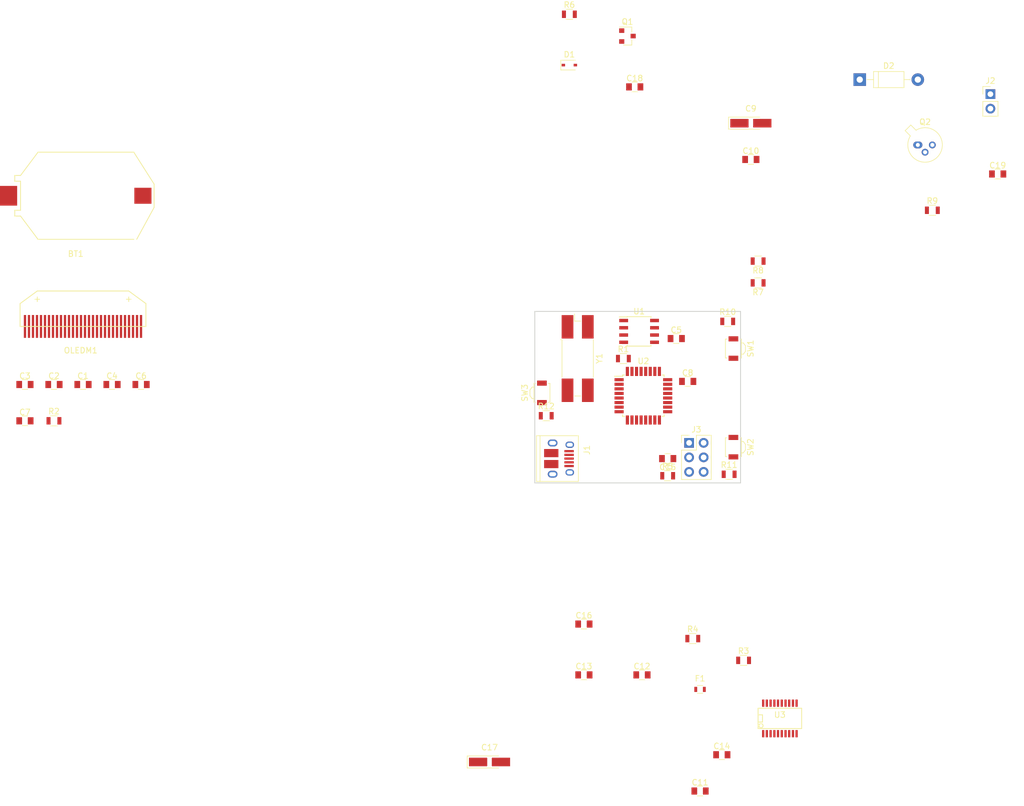
<source format=kicad_pcb>
(kicad_pcb (version 4) (host pcbnew 4.0.6)

  (general
    (links 134)
    (no_connects 134)
    (area 0 0 0 0)
    (thickness 1.6)
    (drawings 4)
    (tracks 0)
    (zones 0)
    (modules 48)
    (nets 61)
  )

  (page A4)
  (layers
    (0 F.Cu signal)
    (31 B.Cu signal)
    (32 B.Adhes user)
    (33 F.Adhes user)
    (34 B.Paste user)
    (35 F.Paste user)
    (36 B.SilkS user)
    (37 F.SilkS user)
    (38 B.Mask user)
    (39 F.Mask user)
    (40 Dwgs.User user)
    (41 Cmts.User user)
    (42 Eco1.User user)
    (43 Eco2.User user)
    (44 Edge.Cuts user)
    (45 Margin user)
    (46 B.CrtYd user)
    (47 F.CrtYd user)
    (48 B.Fab user)
    (49 F.Fab user)
  )

  (setup
    (last_trace_width 0.25)
    (trace_clearance 0.2)
    (zone_clearance 0.508)
    (zone_45_only no)
    (trace_min 0.2)
    (segment_width 0.2)
    (edge_width 0.15)
    (via_size 0.6)
    (via_drill 0.4)
    (via_min_size 0.4)
    (via_min_drill 0.3)
    (uvia_size 0.3)
    (uvia_drill 0.1)
    (uvias_allowed no)
    (uvia_min_size 0.2)
    (uvia_min_drill 0.1)
    (pcb_text_width 0.3)
    (pcb_text_size 1.5 1.5)
    (mod_edge_width 0.15)
    (mod_text_size 1 1)
    (mod_text_width 0.15)
    (pad_size 1.524 1.524)
    (pad_drill 0.762)
    (pad_to_mask_clearance 0.2)
    (aux_axis_origin 0 0)
    (visible_elements 7FFFFFFF)
    (pcbplotparams
      (layerselection 0x00030_80000001)
      (usegerberextensions false)
      (excludeedgelayer true)
      (linewidth 0.100000)
      (plotframeref false)
      (viasonmask false)
      (mode 1)
      (useauxorigin false)
      (hpglpennumber 1)
      (hpglpenspeed 20)
      (hpglpendiameter 15)
      (hpglpenoverlay 2)
      (psnegative false)
      (psa4output false)
      (plotreference true)
      (plotvalue true)
      (plotinvisibletext false)
      (padsonsilk false)
      (subtractmaskfromsilk false)
      (outputformat 1)
      (mirror false)
      (drillshape 1)
      (scaleselection 1)
      (outputdirectory ""))
  )

  (net 0 "")
  (net 1 +3V3)
  (net 2 GND)
  (net 3 "Net-(C2-Pad1)")
  (net 4 "Net-(C2-Pad2)")
  (net 5 "Net-(C3-Pad1)")
  (net 6 "Net-(C3-Pad2)")
  (net 7 "Net-(C6-Pad1)")
  (net 8 "Net-(C7-Pad1)")
  (net 9 "Net-(C8-Pad1)")
  (net 10 "Net-(C11-Pad1)")
  (net 11 "Net-(C12-Pad1)")
  (net 12 "Net-(C13-Pad1)")
  (net 13 "Net-(C14-Pad1)")
  (net 14 "Net-(C15-Pad1)")
  (net 15 DTR)
  (net 16 +5V)
  (net 17 VCC)
  (net 18 "Net-(C19-Pad2)")
  (net 19 "Net-(J1-Pad4)")
  (net 20 SHIELD)
  (net 21 MISO)
  (net 22 SCK)
  (net 23 MOSI)
  (net 24 "Net-(OLEDM1-Pad7)")
  (net 25 CS)
  (net 26 D9)
  (net 27 D8)
  (net 28 "Net-(OLEDM1-Pad20)")
  (net 29 "Net-(OLEDM1-Pad26)")
  (net 30 "Net-(Q2-Pad1)")
  (net 31 INT0)
  (net 32 "Net-(R3-Pad2)")
  (net 33 "Net-(R4-Pad1)")
  (net 34 SDA)
  (net 35 SCL)
  (net 36 VIB)
  (net 37 PB0)
  (net 38 PB1)
  (net 39 PB2)
  (net 40 "Net-(U1-Pad1)")
  (net 41 INT1)
  (net 42 FS)
  (net 43 "Net-(U2-Pad7)")
  (net 44 "Net-(U2-Pad8)")
  (net 45 A6)
  (net 46 A7)
  (net 47 A1)
  (net 48 A2)
  (net 49 A3)
  (net 50 RXD)
  (net 51 TXD)
  (net 52 RTS)
  (net 53 "Net-(U3-Pad5)")
  (net 54 "Net-(U3-Pad7)")
  (net 55 "Net-(U3-Pad8)")
  (net 56 "Net-(U3-Pad9)")
  (net 57 "Net-(U3-Pad10)")
  (net 58 "Net-(U3-Pad17)")
  (net 59 "Net-(U3-Pad18)")
  (net 60 "Net-(U3-Pad19)")

  (net_class Default "This is the default net class."
    (clearance 0.2)
    (trace_width 0.25)
    (via_dia 0.6)
    (via_drill 0.4)
    (uvia_dia 0.3)
    (uvia_drill 0.1)
    (add_net +3V3)
    (add_net +5V)
    (add_net A1)
    (add_net A2)
    (add_net A3)
    (add_net A6)
    (add_net A7)
    (add_net CS)
    (add_net D8)
    (add_net D9)
    (add_net DTR)
    (add_net FS)
    (add_net GND)
    (add_net INT0)
    (add_net INT1)
    (add_net MISO)
    (add_net MOSI)
    (add_net "Net-(C11-Pad1)")
    (add_net "Net-(C12-Pad1)")
    (add_net "Net-(C13-Pad1)")
    (add_net "Net-(C14-Pad1)")
    (add_net "Net-(C15-Pad1)")
    (add_net "Net-(C19-Pad2)")
    (add_net "Net-(C2-Pad1)")
    (add_net "Net-(C2-Pad2)")
    (add_net "Net-(C3-Pad1)")
    (add_net "Net-(C3-Pad2)")
    (add_net "Net-(C6-Pad1)")
    (add_net "Net-(C7-Pad1)")
    (add_net "Net-(C8-Pad1)")
    (add_net "Net-(J1-Pad4)")
    (add_net "Net-(OLEDM1-Pad20)")
    (add_net "Net-(OLEDM1-Pad26)")
    (add_net "Net-(OLEDM1-Pad7)")
    (add_net "Net-(Q2-Pad1)")
    (add_net "Net-(R3-Pad2)")
    (add_net "Net-(R4-Pad1)")
    (add_net "Net-(U1-Pad1)")
    (add_net "Net-(U2-Pad7)")
    (add_net "Net-(U2-Pad8)")
    (add_net "Net-(U3-Pad10)")
    (add_net "Net-(U3-Pad17)")
    (add_net "Net-(U3-Pad18)")
    (add_net "Net-(U3-Pad19)")
    (add_net "Net-(U3-Pad5)")
    (add_net "Net-(U3-Pad7)")
    (add_net "Net-(U3-Pad8)")
    (add_net "Net-(U3-Pad9)")
    (add_net PB0)
    (add_net PB1)
    (add_net PB2)
    (add_net RTS)
    (add_net RXD)
    (add_net SCK)
    (add_net SCL)
    (add_net SDA)
    (add_net SHIELD)
    (add_net TXD)
    (add_net VCC)
    (add_net VIB)
  )

  (module aw-1:Battery_Holder_SMT_LP2032SM-JJ-GTR (layer F.Cu) (tedit 598B0B5B) (tstamp 5991ACD2)
    (at 59.69 64.77)
    (path /596E4236)
    (fp_text reference BT1 (at 0 10.16) (layer F.SilkS)
      (effects (font (size 1 1) (thickness 0.15)))
    )
    (fp_text value Battery_Cell (at 0 -11.43) (layer F.Fab)
      (effects (font (size 1 1) (thickness 0.15)))
    )
    (fp_line (start -9.652 -3.556) (end -6.604 -7.62) (layer F.SilkS) (width 0.15))
    (fp_line (start -6.604 7.62) (end -9.652 3.556) (layer F.SilkS) (width 0.15))
    (fp_line (start 10.16 -7.62) (end 13.716 -2.032) (layer F.SilkS) (width 0.15))
    (fp_line (start 13.716 -2.032) (end 13.716 2.032) (layer F.SilkS) (width 0.15))
    (fp_line (start 13.716 2.032) (end 10.668 7.62) (layer F.SilkS) (width 0.15))
    (fp_line (start 10.16 7.62) (end -6.604 7.62) (layer F.SilkS) (width 0.15))
    (fp_line (start 10.16 -7.62) (end -6.604 -7.62) (layer F.SilkS) (width 0.15))
    (fp_line (start -9.652 -2.54) (end -10.668 -2.54) (layer F.SilkS) (width 0.15))
    (fp_line (start -10.668 -2.54) (end -10.668 -3.556) (layer F.SilkS) (width 0.15))
    (fp_line (start -10.668 -3.556) (end -9.652 -3.556) (layer F.SilkS) (width 0.15))
    (fp_line (start -9.652 -2.54) (end -9.652 2.54) (layer F.SilkS) (width 0.15))
    (fp_line (start -9.652 2.54) (end -10.668 2.54) (layer F.SilkS) (width 0.15))
    (fp_line (start -10.668 2.54) (end -10.668 3.556) (layer F.SilkS) (width 0.15))
    (fp_line (start -10.668 3.556) (end -9.652 3.556) (layer F.SilkS) (width 0.15))
    (pad 1 smd rect (at -11.75 0) (size 3 3.45) (layers F.Cu F.Paste F.Mask)
      (net 1 +3V3))
    (pad 2 smd rect (at 11.75 0) (size 3 2.8) (layers F.Cu F.Paste F.Mask)
      (net 2 GND))
  )

  (module Capacitors_SMD:C_0805 (layer F.Cu) (tedit 58AA8463) (tstamp 5991ACD8)
    (at 60.96 97.79)
    (descr "Capacitor SMD 0805, reflow soldering, AVX (see smccp.pdf)")
    (tags "capacitor 0805")
    (path /5982EA22)
    (attr smd)
    (fp_text reference C1 (at 0 -1.5) (layer F.SilkS)
      (effects (font (size 1 1) (thickness 0.15)))
    )
    (fp_text value 1uF (at 0 1.75) (layer F.Fab)
      (effects (font (size 1 1) (thickness 0.15)))
    )
    (fp_text user %R (at 0 -1.5) (layer F.Fab)
      (effects (font (size 1 1) (thickness 0.15)))
    )
    (fp_line (start -1 0.62) (end -1 -0.62) (layer F.Fab) (width 0.1))
    (fp_line (start 1 0.62) (end -1 0.62) (layer F.Fab) (width 0.1))
    (fp_line (start 1 -0.62) (end 1 0.62) (layer F.Fab) (width 0.1))
    (fp_line (start -1 -0.62) (end 1 -0.62) (layer F.Fab) (width 0.1))
    (fp_line (start 0.5 -0.85) (end -0.5 -0.85) (layer F.SilkS) (width 0.12))
    (fp_line (start -0.5 0.85) (end 0.5 0.85) (layer F.SilkS) (width 0.12))
    (fp_line (start -1.75 -0.88) (end 1.75 -0.88) (layer F.CrtYd) (width 0.05))
    (fp_line (start -1.75 -0.88) (end -1.75 0.87) (layer F.CrtYd) (width 0.05))
    (fp_line (start 1.75 0.87) (end 1.75 -0.88) (layer F.CrtYd) (width 0.05))
    (fp_line (start 1.75 0.87) (end -1.75 0.87) (layer F.CrtYd) (width 0.05))
    (pad 1 smd rect (at -1 0) (size 1 1.25) (layers F.Cu F.Paste F.Mask)
      (net 1 +3V3))
    (pad 2 smd rect (at 1 0) (size 1 1.25) (layers F.Cu F.Paste F.Mask)
      (net 2 GND))
    (model Capacitors_SMD.3dshapes/C_0805.wrl
      (at (xyz 0 0 0))
      (scale (xyz 1 1 1))
      (rotate (xyz 0 0 0))
    )
  )

  (module Capacitors_SMD:C_0805 (layer F.Cu) (tedit 58AA8463) (tstamp 5991ACDE)
    (at 55.88 97.79)
    (descr "Capacitor SMD 0805, reflow soldering, AVX (see smccp.pdf)")
    (tags "capacitor 0805")
    (path /59742F0C)
    (attr smd)
    (fp_text reference C2 (at 0 -1.5) (layer F.SilkS)
      (effects (font (size 1 1) (thickness 0.15)))
    )
    (fp_text value 1uF (at 0 1.75) (layer F.Fab)
      (effects (font (size 1 1) (thickness 0.15)))
    )
    (fp_text user %R (at 0 -1.5) (layer F.Fab)
      (effects (font (size 1 1) (thickness 0.15)))
    )
    (fp_line (start -1 0.62) (end -1 -0.62) (layer F.Fab) (width 0.1))
    (fp_line (start 1 0.62) (end -1 0.62) (layer F.Fab) (width 0.1))
    (fp_line (start 1 -0.62) (end 1 0.62) (layer F.Fab) (width 0.1))
    (fp_line (start -1 -0.62) (end 1 -0.62) (layer F.Fab) (width 0.1))
    (fp_line (start 0.5 -0.85) (end -0.5 -0.85) (layer F.SilkS) (width 0.12))
    (fp_line (start -0.5 0.85) (end 0.5 0.85) (layer F.SilkS) (width 0.12))
    (fp_line (start -1.75 -0.88) (end 1.75 -0.88) (layer F.CrtYd) (width 0.05))
    (fp_line (start -1.75 -0.88) (end -1.75 0.87) (layer F.CrtYd) (width 0.05))
    (fp_line (start 1.75 0.87) (end 1.75 -0.88) (layer F.CrtYd) (width 0.05))
    (fp_line (start 1.75 0.87) (end -1.75 0.87) (layer F.CrtYd) (width 0.05))
    (pad 1 smd rect (at -1 0) (size 1 1.25) (layers F.Cu F.Paste F.Mask)
      (net 3 "Net-(C2-Pad1)"))
    (pad 2 smd rect (at 1 0) (size 1 1.25) (layers F.Cu F.Paste F.Mask)
      (net 4 "Net-(C2-Pad2)"))
    (model Capacitors_SMD.3dshapes/C_0805.wrl
      (at (xyz 0 0 0))
      (scale (xyz 1 1 1))
      (rotate (xyz 0 0 0))
    )
  )

  (module Capacitors_SMD:C_0805 (layer F.Cu) (tedit 58AA8463) (tstamp 5991ACE4)
    (at 50.8 97.79)
    (descr "Capacitor SMD 0805, reflow soldering, AVX (see smccp.pdf)")
    (tags "capacitor 0805")
    (path /59742E73)
    (attr smd)
    (fp_text reference C3 (at 0 -1.5) (layer F.SilkS)
      (effects (font (size 1 1) (thickness 0.15)))
    )
    (fp_text value 1uF (at 0 1.75) (layer F.Fab)
      (effects (font (size 1 1) (thickness 0.15)))
    )
    (fp_text user %R (at 0 -1.5) (layer F.Fab)
      (effects (font (size 1 1) (thickness 0.15)))
    )
    (fp_line (start -1 0.62) (end -1 -0.62) (layer F.Fab) (width 0.1))
    (fp_line (start 1 0.62) (end -1 0.62) (layer F.Fab) (width 0.1))
    (fp_line (start 1 -0.62) (end 1 0.62) (layer F.Fab) (width 0.1))
    (fp_line (start -1 -0.62) (end 1 -0.62) (layer F.Fab) (width 0.1))
    (fp_line (start 0.5 -0.85) (end -0.5 -0.85) (layer F.SilkS) (width 0.12))
    (fp_line (start -0.5 0.85) (end 0.5 0.85) (layer F.SilkS) (width 0.12))
    (fp_line (start -1.75 -0.88) (end 1.75 -0.88) (layer F.CrtYd) (width 0.05))
    (fp_line (start -1.75 -0.88) (end -1.75 0.87) (layer F.CrtYd) (width 0.05))
    (fp_line (start 1.75 0.87) (end 1.75 -0.88) (layer F.CrtYd) (width 0.05))
    (fp_line (start 1.75 0.87) (end -1.75 0.87) (layer F.CrtYd) (width 0.05))
    (pad 1 smd rect (at -1 0) (size 1 1.25) (layers F.Cu F.Paste F.Mask)
      (net 5 "Net-(C3-Pad1)"))
    (pad 2 smd rect (at 1 0) (size 1 1.25) (layers F.Cu F.Paste F.Mask)
      (net 6 "Net-(C3-Pad2)"))
    (model Capacitors_SMD.3dshapes/C_0805.wrl
      (at (xyz 0 0 0))
      (scale (xyz 1 1 1))
      (rotate (xyz 0 0 0))
    )
  )

  (module Capacitors_SMD:C_0805 (layer F.Cu) (tedit 58AA8463) (tstamp 5991ACEA)
    (at 66.04 97.79)
    (descr "Capacitor SMD 0805, reflow soldering, AVX (see smccp.pdf)")
    (tags "capacitor 0805")
    (path /5983459C)
    (attr smd)
    (fp_text reference C4 (at 0 -1.5) (layer F.SilkS)
      (effects (font (size 1 1) (thickness 0.15)))
    )
    (fp_text value 1uF (at 0 1.75) (layer F.Fab)
      (effects (font (size 1 1) (thickness 0.15)))
    )
    (fp_text user %R (at 0 -1.5) (layer F.Fab)
      (effects (font (size 1 1) (thickness 0.15)))
    )
    (fp_line (start -1 0.62) (end -1 -0.62) (layer F.Fab) (width 0.1))
    (fp_line (start 1 0.62) (end -1 0.62) (layer F.Fab) (width 0.1))
    (fp_line (start 1 -0.62) (end 1 0.62) (layer F.Fab) (width 0.1))
    (fp_line (start -1 -0.62) (end 1 -0.62) (layer F.Fab) (width 0.1))
    (fp_line (start 0.5 -0.85) (end -0.5 -0.85) (layer F.SilkS) (width 0.12))
    (fp_line (start -0.5 0.85) (end 0.5 0.85) (layer F.SilkS) (width 0.12))
    (fp_line (start -1.75 -0.88) (end 1.75 -0.88) (layer F.CrtYd) (width 0.05))
    (fp_line (start -1.75 -0.88) (end -1.75 0.87) (layer F.CrtYd) (width 0.05))
    (fp_line (start 1.75 0.87) (end 1.75 -0.88) (layer F.CrtYd) (width 0.05))
    (fp_line (start 1.75 0.87) (end -1.75 0.87) (layer F.CrtYd) (width 0.05))
    (pad 1 smd rect (at -1 0) (size 1 1.25) (layers F.Cu F.Paste F.Mask)
      (net 1 +3V3))
    (pad 2 smd rect (at 1 0) (size 1 1.25) (layers F.Cu F.Paste F.Mask)
      (net 2 GND))
    (model Capacitors_SMD.3dshapes/C_0805.wrl
      (at (xyz 0 0 0))
      (scale (xyz 1 1 1))
      (rotate (xyz 0 0 0))
    )
  )

  (module Capacitors_SMD:C_0805 (layer F.Cu) (tedit 58AA8463) (tstamp 5991ACF0)
    (at 164.75 89.75)
    (descr "Capacitor SMD 0805, reflow soldering, AVX (see smccp.pdf)")
    (tags "capacitor 0805")
    (path /598353E1)
    (attr smd)
    (fp_text reference C5 (at 0 -1.5) (layer F.SilkS)
      (effects (font (size 1 1) (thickness 0.15)))
    )
    (fp_text value 0.1uF (at 0 1.75) (layer F.Fab)
      (effects (font (size 1 1) (thickness 0.15)))
    )
    (fp_text user %R (at 0 -1.5) (layer F.Fab)
      (effects (font (size 1 1) (thickness 0.15)))
    )
    (fp_line (start -1 0.62) (end -1 -0.62) (layer F.Fab) (width 0.1))
    (fp_line (start 1 0.62) (end -1 0.62) (layer F.Fab) (width 0.1))
    (fp_line (start 1 -0.62) (end 1 0.62) (layer F.Fab) (width 0.1))
    (fp_line (start -1 -0.62) (end 1 -0.62) (layer F.Fab) (width 0.1))
    (fp_line (start 0.5 -0.85) (end -0.5 -0.85) (layer F.SilkS) (width 0.12))
    (fp_line (start -0.5 0.85) (end 0.5 0.85) (layer F.SilkS) (width 0.12))
    (fp_line (start -1.75 -0.88) (end 1.75 -0.88) (layer F.CrtYd) (width 0.05))
    (fp_line (start -1.75 -0.88) (end -1.75 0.87) (layer F.CrtYd) (width 0.05))
    (fp_line (start 1.75 0.87) (end 1.75 -0.88) (layer F.CrtYd) (width 0.05))
    (fp_line (start 1.75 0.87) (end -1.75 0.87) (layer F.CrtYd) (width 0.05))
    (pad 1 smd rect (at -1 0) (size 1 1.25) (layers F.Cu F.Paste F.Mask)
      (net 1 +3V3))
    (pad 2 smd rect (at 1 0) (size 1 1.25) (layers F.Cu F.Paste F.Mask)
      (net 2 GND))
    (model Capacitors_SMD.3dshapes/C_0805.wrl
      (at (xyz 0 0 0))
      (scale (xyz 1 1 1))
      (rotate (xyz 0 0 0))
    )
  )

  (module Capacitors_SMD:C_0805 (layer F.Cu) (tedit 58AA8463) (tstamp 5991ACF6)
    (at 71.12 97.79)
    (descr "Capacitor SMD 0805, reflow soldering, AVX (see smccp.pdf)")
    (tags "capacitor 0805")
    (path /59744097)
    (attr smd)
    (fp_text reference C6 (at 0 -1.5) (layer F.SilkS)
      (effects (font (size 1 1) (thickness 0.15)))
    )
    (fp_text value 2.2uF (at 0 1.75) (layer F.Fab)
      (effects (font (size 1 1) (thickness 0.15)))
    )
    (fp_text user %R (at 0 -1.5) (layer F.Fab)
      (effects (font (size 1 1) (thickness 0.15)))
    )
    (fp_line (start -1 0.62) (end -1 -0.62) (layer F.Fab) (width 0.1))
    (fp_line (start 1 0.62) (end -1 0.62) (layer F.Fab) (width 0.1))
    (fp_line (start 1 -0.62) (end 1 0.62) (layer F.Fab) (width 0.1))
    (fp_line (start -1 -0.62) (end 1 -0.62) (layer F.Fab) (width 0.1))
    (fp_line (start 0.5 -0.85) (end -0.5 -0.85) (layer F.SilkS) (width 0.12))
    (fp_line (start -0.5 0.85) (end 0.5 0.85) (layer F.SilkS) (width 0.12))
    (fp_line (start -1.75 -0.88) (end 1.75 -0.88) (layer F.CrtYd) (width 0.05))
    (fp_line (start -1.75 -0.88) (end -1.75 0.87) (layer F.CrtYd) (width 0.05))
    (fp_line (start 1.75 0.87) (end 1.75 -0.88) (layer F.CrtYd) (width 0.05))
    (fp_line (start 1.75 0.87) (end -1.75 0.87) (layer F.CrtYd) (width 0.05))
    (pad 1 smd rect (at -1 0) (size 1 1.25) (layers F.Cu F.Paste F.Mask)
      (net 7 "Net-(C6-Pad1)"))
    (pad 2 smd rect (at 1 0) (size 1 1.25) (layers F.Cu F.Paste F.Mask)
      (net 2 GND))
    (model Capacitors_SMD.3dshapes/C_0805.wrl
      (at (xyz 0 0 0))
      (scale (xyz 1 1 1))
      (rotate (xyz 0 0 0))
    )
  )

  (module Capacitors_SMD:C_0805 (layer F.Cu) (tedit 58AA8463) (tstamp 5991ACFC)
    (at 50.8 104.14)
    (descr "Capacitor SMD 0805, reflow soldering, AVX (see smccp.pdf)")
    (tags "capacitor 0805")
    (path /5974471B)
    (attr smd)
    (fp_text reference C7 (at 0 -1.5) (layer F.SilkS)
      (effects (font (size 1 1) (thickness 0.15)))
    )
    (fp_text value 4.7uF (at 0 1.75) (layer F.Fab)
      (effects (font (size 1 1) (thickness 0.15)))
    )
    (fp_text user %R (at 0 -1.5) (layer F.Fab)
      (effects (font (size 1 1) (thickness 0.15)))
    )
    (fp_line (start -1 0.62) (end -1 -0.62) (layer F.Fab) (width 0.1))
    (fp_line (start 1 0.62) (end -1 0.62) (layer F.Fab) (width 0.1))
    (fp_line (start 1 -0.62) (end 1 0.62) (layer F.Fab) (width 0.1))
    (fp_line (start -1 -0.62) (end 1 -0.62) (layer F.Fab) (width 0.1))
    (fp_line (start 0.5 -0.85) (end -0.5 -0.85) (layer F.SilkS) (width 0.12))
    (fp_line (start -0.5 0.85) (end 0.5 0.85) (layer F.SilkS) (width 0.12))
    (fp_line (start -1.75 -0.88) (end 1.75 -0.88) (layer F.CrtYd) (width 0.05))
    (fp_line (start -1.75 -0.88) (end -1.75 0.87) (layer F.CrtYd) (width 0.05))
    (fp_line (start 1.75 0.87) (end 1.75 -0.88) (layer F.CrtYd) (width 0.05))
    (fp_line (start 1.75 0.87) (end -1.75 0.87) (layer F.CrtYd) (width 0.05))
    (pad 1 smd rect (at -1 0) (size 1 1.25) (layers F.Cu F.Paste F.Mask)
      (net 8 "Net-(C7-Pad1)"))
    (pad 2 smd rect (at 1 0) (size 1 1.25) (layers F.Cu F.Paste F.Mask)
      (net 2 GND))
    (model Capacitors_SMD.3dshapes/C_0805.wrl
      (at (xyz 0 0 0))
      (scale (xyz 1 1 1))
      (rotate (xyz 0 0 0))
    )
  )

  (module Capacitors_SMD:C_0805 (layer F.Cu) (tedit 58AA8463) (tstamp 5991AD02)
    (at 166.75 97.25)
    (descr "Capacitor SMD 0805, reflow soldering, AVX (see smccp.pdf)")
    (tags "capacitor 0805")
    (path /596CB8A5)
    (attr smd)
    (fp_text reference C8 (at 0 -1.5) (layer F.SilkS)
      (effects (font (size 1 1) (thickness 0.15)))
    )
    (fp_text value 0.1uF (at 0 1.75) (layer F.Fab)
      (effects (font (size 1 1) (thickness 0.15)))
    )
    (fp_text user %R (at 0 -1.5) (layer F.Fab)
      (effects (font (size 1 1) (thickness 0.15)))
    )
    (fp_line (start -1 0.62) (end -1 -0.62) (layer F.Fab) (width 0.1))
    (fp_line (start 1 0.62) (end -1 0.62) (layer F.Fab) (width 0.1))
    (fp_line (start 1 -0.62) (end 1 0.62) (layer F.Fab) (width 0.1))
    (fp_line (start -1 -0.62) (end 1 -0.62) (layer F.Fab) (width 0.1))
    (fp_line (start 0.5 -0.85) (end -0.5 -0.85) (layer F.SilkS) (width 0.12))
    (fp_line (start -0.5 0.85) (end 0.5 0.85) (layer F.SilkS) (width 0.12))
    (fp_line (start -1.75 -0.88) (end 1.75 -0.88) (layer F.CrtYd) (width 0.05))
    (fp_line (start -1.75 -0.88) (end -1.75 0.87) (layer F.CrtYd) (width 0.05))
    (fp_line (start 1.75 0.87) (end 1.75 -0.88) (layer F.CrtYd) (width 0.05))
    (fp_line (start 1.75 0.87) (end -1.75 0.87) (layer F.CrtYd) (width 0.05))
    (pad 1 smd rect (at -1 0) (size 1 1.25) (layers F.Cu F.Paste F.Mask)
      (net 9 "Net-(C8-Pad1)"))
    (pad 2 smd rect (at 1 0) (size 1 1.25) (layers F.Cu F.Paste F.Mask)
      (net 2 GND))
    (model Capacitors_SMD.3dshapes/C_0805.wrl
      (at (xyz 0 0 0))
      (scale (xyz 1 1 1))
      (rotate (xyz 0 0 0))
    )
  )

  (module Capacitors_SMD:C_0805 (layer F.Cu) (tedit 58AA8463) (tstamp 5991AD0E)
    (at 177.8 58.42)
    (descr "Capacitor SMD 0805, reflow soldering, AVX (see smccp.pdf)")
    (tags "capacitor 0805")
    (path /596E0E19)
    (attr smd)
    (fp_text reference C10 (at 0 -1.5) (layer F.SilkS)
      (effects (font (size 1 1) (thickness 0.15)))
    )
    (fp_text value 0.1uF (at 0 1.75) (layer F.Fab)
      (effects (font (size 1 1) (thickness 0.15)))
    )
    (fp_text user %R (at 0 -1.5) (layer F.Fab)
      (effects (font (size 1 1) (thickness 0.15)))
    )
    (fp_line (start -1 0.62) (end -1 -0.62) (layer F.Fab) (width 0.1))
    (fp_line (start 1 0.62) (end -1 0.62) (layer F.Fab) (width 0.1))
    (fp_line (start 1 -0.62) (end 1 0.62) (layer F.Fab) (width 0.1))
    (fp_line (start -1 -0.62) (end 1 -0.62) (layer F.Fab) (width 0.1))
    (fp_line (start 0.5 -0.85) (end -0.5 -0.85) (layer F.SilkS) (width 0.12))
    (fp_line (start -0.5 0.85) (end 0.5 0.85) (layer F.SilkS) (width 0.12))
    (fp_line (start -1.75 -0.88) (end 1.75 -0.88) (layer F.CrtYd) (width 0.05))
    (fp_line (start -1.75 -0.88) (end -1.75 0.87) (layer F.CrtYd) (width 0.05))
    (fp_line (start 1.75 0.87) (end 1.75 -0.88) (layer F.CrtYd) (width 0.05))
    (fp_line (start 1.75 0.87) (end -1.75 0.87) (layer F.CrtYd) (width 0.05))
    (pad 1 smd rect (at -1 0) (size 1 1.25) (layers F.Cu F.Paste F.Mask)
      (net 1 +3V3))
    (pad 2 smd rect (at 1 0) (size 1 1.25) (layers F.Cu F.Paste F.Mask)
      (net 2 GND))
    (model Capacitors_SMD.3dshapes/C_0805.wrl
      (at (xyz 0 0 0))
      (scale (xyz 1 1 1))
      (rotate (xyz 0 0 0))
    )
  )

  (module Capacitors_SMD:C_0805 (layer F.Cu) (tedit 58AA8463) (tstamp 5991AD14)
    (at 168.91 168.91)
    (descr "Capacitor SMD 0805, reflow soldering, AVX (see smccp.pdf)")
    (tags "capacitor 0805")
    (path /597DF6D1)
    (attr smd)
    (fp_text reference C11 (at 0 -1.5) (layer F.SilkS)
      (effects (font (size 1 1) (thickness 0.15)))
    )
    (fp_text value 0.1uF (at 0 1.75) (layer F.Fab)
      (effects (font (size 1 1) (thickness 0.15)))
    )
    (fp_text user %R (at 0 -1.5) (layer F.Fab)
      (effects (font (size 1 1) (thickness 0.15)))
    )
    (fp_line (start -1 0.62) (end -1 -0.62) (layer F.Fab) (width 0.1))
    (fp_line (start 1 0.62) (end -1 0.62) (layer F.Fab) (width 0.1))
    (fp_line (start 1 -0.62) (end 1 0.62) (layer F.Fab) (width 0.1))
    (fp_line (start -1 -0.62) (end 1 -0.62) (layer F.Fab) (width 0.1))
    (fp_line (start 0.5 -0.85) (end -0.5 -0.85) (layer F.SilkS) (width 0.12))
    (fp_line (start -0.5 0.85) (end 0.5 0.85) (layer F.SilkS) (width 0.12))
    (fp_line (start -1.75 -0.88) (end 1.75 -0.88) (layer F.CrtYd) (width 0.05))
    (fp_line (start -1.75 -0.88) (end -1.75 0.87) (layer F.CrtYd) (width 0.05))
    (fp_line (start 1.75 0.87) (end 1.75 -0.88) (layer F.CrtYd) (width 0.05))
    (fp_line (start 1.75 0.87) (end -1.75 0.87) (layer F.CrtYd) (width 0.05))
    (pad 1 smd rect (at -1 0) (size 1 1.25) (layers F.Cu F.Paste F.Mask)
      (net 10 "Net-(C11-Pad1)"))
    (pad 2 smd rect (at 1 0) (size 1 1.25) (layers F.Cu F.Paste F.Mask)
      (net 2 GND))
    (model Capacitors_SMD.3dshapes/C_0805.wrl
      (at (xyz 0 0 0))
      (scale (xyz 1 1 1))
      (rotate (xyz 0 0 0))
    )
  )

  (module Capacitors_SMD:C_0805 (layer F.Cu) (tedit 58AA8463) (tstamp 5991AD1A)
    (at 158.75 148.59)
    (descr "Capacitor SMD 0805, reflow soldering, AVX (see smccp.pdf)")
    (tags "capacitor 0805")
    (path /597D4906)
    (attr smd)
    (fp_text reference C12 (at 0 -1.5) (layer F.SilkS)
      (effects (font (size 1 1) (thickness 0.15)))
    )
    (fp_text value 47pF (at 0 1.75) (layer F.Fab)
      (effects (font (size 1 1) (thickness 0.15)))
    )
    (fp_text user %R (at 0 -1.5) (layer F.Fab)
      (effects (font (size 1 1) (thickness 0.15)))
    )
    (fp_line (start -1 0.62) (end -1 -0.62) (layer F.Fab) (width 0.1))
    (fp_line (start 1 0.62) (end -1 0.62) (layer F.Fab) (width 0.1))
    (fp_line (start 1 -0.62) (end 1 0.62) (layer F.Fab) (width 0.1))
    (fp_line (start -1 -0.62) (end 1 -0.62) (layer F.Fab) (width 0.1))
    (fp_line (start 0.5 -0.85) (end -0.5 -0.85) (layer F.SilkS) (width 0.12))
    (fp_line (start -0.5 0.85) (end 0.5 0.85) (layer F.SilkS) (width 0.12))
    (fp_line (start -1.75 -0.88) (end 1.75 -0.88) (layer F.CrtYd) (width 0.05))
    (fp_line (start -1.75 -0.88) (end -1.75 0.87) (layer F.CrtYd) (width 0.05))
    (fp_line (start 1.75 0.87) (end 1.75 -0.88) (layer F.CrtYd) (width 0.05))
    (fp_line (start 1.75 0.87) (end -1.75 0.87) (layer F.CrtYd) (width 0.05))
    (pad 1 smd rect (at -1 0) (size 1 1.25) (layers F.Cu F.Paste F.Mask)
      (net 11 "Net-(C12-Pad1)"))
    (pad 2 smd rect (at 1 0) (size 1 1.25) (layers F.Cu F.Paste F.Mask)
      (net 2 GND))
    (model Capacitors_SMD.3dshapes/C_0805.wrl
      (at (xyz 0 0 0))
      (scale (xyz 1 1 1))
      (rotate (xyz 0 0 0))
    )
  )

  (module Capacitors_SMD:C_0805 (layer F.Cu) (tedit 58AA8463) (tstamp 5991AD20)
    (at 148.59 148.59)
    (descr "Capacitor SMD 0805, reflow soldering, AVX (see smccp.pdf)")
    (tags "capacitor 0805")
    (path /597D4853)
    (attr smd)
    (fp_text reference C13 (at 0 -1.5) (layer F.SilkS)
      (effects (font (size 1 1) (thickness 0.15)))
    )
    (fp_text value 47pF (at 0 1.75) (layer F.Fab)
      (effects (font (size 1 1) (thickness 0.15)))
    )
    (fp_text user %R (at 0 -1.5) (layer F.Fab)
      (effects (font (size 1 1) (thickness 0.15)))
    )
    (fp_line (start -1 0.62) (end -1 -0.62) (layer F.Fab) (width 0.1))
    (fp_line (start 1 0.62) (end -1 0.62) (layer F.Fab) (width 0.1))
    (fp_line (start 1 -0.62) (end 1 0.62) (layer F.Fab) (width 0.1))
    (fp_line (start -1 -0.62) (end 1 -0.62) (layer F.Fab) (width 0.1))
    (fp_line (start 0.5 -0.85) (end -0.5 -0.85) (layer F.SilkS) (width 0.12))
    (fp_line (start -0.5 0.85) (end 0.5 0.85) (layer F.SilkS) (width 0.12))
    (fp_line (start -1.75 -0.88) (end 1.75 -0.88) (layer F.CrtYd) (width 0.05))
    (fp_line (start -1.75 -0.88) (end -1.75 0.87) (layer F.CrtYd) (width 0.05))
    (fp_line (start 1.75 0.87) (end 1.75 -0.88) (layer F.CrtYd) (width 0.05))
    (fp_line (start 1.75 0.87) (end -1.75 0.87) (layer F.CrtYd) (width 0.05))
    (pad 1 smd rect (at -1 0) (size 1 1.25) (layers F.Cu F.Paste F.Mask)
      (net 12 "Net-(C13-Pad1)"))
    (pad 2 smd rect (at 1 0) (size 1 1.25) (layers F.Cu F.Paste F.Mask)
      (net 2 GND))
    (model Capacitors_SMD.3dshapes/C_0805.wrl
      (at (xyz 0 0 0))
      (scale (xyz 1 1 1))
      (rotate (xyz 0 0 0))
    )
  )

  (module Capacitors_SMD:C_0805 (layer F.Cu) (tedit 58AA8463) (tstamp 5991AD26)
    (at 172.72 162.56)
    (descr "Capacitor SMD 0805, reflow soldering, AVX (see smccp.pdf)")
    (tags "capacitor 0805")
    (path /598361EF)
    (attr smd)
    (fp_text reference C14 (at 0 -1.5) (layer F.SilkS)
      (effects (font (size 1 1) (thickness 0.15)))
    )
    (fp_text value 0.1uF (at 0 1.75) (layer F.Fab)
      (effects (font (size 1 1) (thickness 0.15)))
    )
    (fp_text user %R (at 0 -1.5) (layer F.Fab)
      (effects (font (size 1 1) (thickness 0.15)))
    )
    (fp_line (start -1 0.62) (end -1 -0.62) (layer F.Fab) (width 0.1))
    (fp_line (start 1 0.62) (end -1 0.62) (layer F.Fab) (width 0.1))
    (fp_line (start 1 -0.62) (end 1 0.62) (layer F.Fab) (width 0.1))
    (fp_line (start -1 -0.62) (end 1 -0.62) (layer F.Fab) (width 0.1))
    (fp_line (start 0.5 -0.85) (end -0.5 -0.85) (layer F.SilkS) (width 0.12))
    (fp_line (start -0.5 0.85) (end 0.5 0.85) (layer F.SilkS) (width 0.12))
    (fp_line (start -1.75 -0.88) (end 1.75 -0.88) (layer F.CrtYd) (width 0.05))
    (fp_line (start -1.75 -0.88) (end -1.75 0.87) (layer F.CrtYd) (width 0.05))
    (fp_line (start 1.75 0.87) (end 1.75 -0.88) (layer F.CrtYd) (width 0.05))
    (fp_line (start 1.75 0.87) (end -1.75 0.87) (layer F.CrtYd) (width 0.05))
    (pad 1 smd rect (at -1 0) (size 1 1.25) (layers F.Cu F.Paste F.Mask)
      (net 13 "Net-(C14-Pad1)"))
    (pad 2 smd rect (at 1 0) (size 1 1.25) (layers F.Cu F.Paste F.Mask)
      (net 2 GND))
    (model Capacitors_SMD.3dshapes/C_0805.wrl
      (at (xyz 0 0 0))
      (scale (xyz 1 1 1))
      (rotate (xyz 0 0 0))
    )
  )

  (module Capacitors_SMD:C_0805 (layer F.Cu) (tedit 58AA8463) (tstamp 5991AD2C)
    (at 163.25 110.75 180)
    (descr "Capacitor SMD 0805, reflow soldering, AVX (see smccp.pdf)")
    (tags "capacitor 0805")
    (path /596E0B4D)
    (attr smd)
    (fp_text reference C15 (at 0 -1.5 180) (layer F.SilkS)
      (effects (font (size 1 1) (thickness 0.15)))
    )
    (fp_text value 0.1uF (at 0 1.75 180) (layer F.Fab)
      (effects (font (size 1 1) (thickness 0.15)))
    )
    (fp_text user %R (at 0 -1.5 180) (layer F.Fab)
      (effects (font (size 1 1) (thickness 0.15)))
    )
    (fp_line (start -1 0.62) (end -1 -0.62) (layer F.Fab) (width 0.1))
    (fp_line (start 1 0.62) (end -1 0.62) (layer F.Fab) (width 0.1))
    (fp_line (start 1 -0.62) (end 1 0.62) (layer F.Fab) (width 0.1))
    (fp_line (start -1 -0.62) (end 1 -0.62) (layer F.Fab) (width 0.1))
    (fp_line (start 0.5 -0.85) (end -0.5 -0.85) (layer F.SilkS) (width 0.12))
    (fp_line (start -0.5 0.85) (end 0.5 0.85) (layer F.SilkS) (width 0.12))
    (fp_line (start -1.75 -0.88) (end 1.75 -0.88) (layer F.CrtYd) (width 0.05))
    (fp_line (start -1.75 -0.88) (end -1.75 0.87) (layer F.CrtYd) (width 0.05))
    (fp_line (start 1.75 0.87) (end 1.75 -0.88) (layer F.CrtYd) (width 0.05))
    (fp_line (start 1.75 0.87) (end -1.75 0.87) (layer F.CrtYd) (width 0.05))
    (pad 1 smd rect (at -1 0 180) (size 1 1.25) (layers F.Cu F.Paste F.Mask)
      (net 14 "Net-(C15-Pad1)"))
    (pad 2 smd rect (at 1 0 180) (size 1 1.25) (layers F.Cu F.Paste F.Mask)
      (net 15 DTR))
    (model Capacitors_SMD.3dshapes/C_0805.wrl
      (at (xyz 0 0 0))
      (scale (xyz 1 1 1))
      (rotate (xyz 0 0 0))
    )
  )

  (module Capacitors_SMD:C_0805 (layer F.Cu) (tedit 58AA8463) (tstamp 5991AD32)
    (at 148.59 139.7)
    (descr "Capacitor SMD 0805, reflow soldering, AVX (see smccp.pdf)")
    (tags "capacitor 0805")
    (path /598136A1)
    (attr smd)
    (fp_text reference C16 (at 0 -1.5) (layer F.SilkS)
      (effects (font (size 1 1) (thickness 0.15)))
    )
    (fp_text value 0.1uF (at 0 1.75) (layer F.Fab)
      (effects (font (size 1 1) (thickness 0.15)))
    )
    (fp_text user %R (at 0 -1.5) (layer F.Fab)
      (effects (font (size 1 1) (thickness 0.15)))
    )
    (fp_line (start -1 0.62) (end -1 -0.62) (layer F.Fab) (width 0.1))
    (fp_line (start 1 0.62) (end -1 0.62) (layer F.Fab) (width 0.1))
    (fp_line (start 1 -0.62) (end 1 0.62) (layer F.Fab) (width 0.1))
    (fp_line (start -1 -0.62) (end 1 -0.62) (layer F.Fab) (width 0.1))
    (fp_line (start 0.5 -0.85) (end -0.5 -0.85) (layer F.SilkS) (width 0.12))
    (fp_line (start -0.5 0.85) (end 0.5 0.85) (layer F.SilkS) (width 0.12))
    (fp_line (start -1.75 -0.88) (end 1.75 -0.88) (layer F.CrtYd) (width 0.05))
    (fp_line (start -1.75 -0.88) (end -1.75 0.87) (layer F.CrtYd) (width 0.05))
    (fp_line (start 1.75 0.87) (end 1.75 -0.88) (layer F.CrtYd) (width 0.05))
    (fp_line (start 1.75 0.87) (end -1.75 0.87) (layer F.CrtYd) (width 0.05))
    (pad 1 smd rect (at -1 0) (size 1 1.25) (layers F.Cu F.Paste F.Mask)
      (net 16 +5V))
    (pad 2 smd rect (at 1 0) (size 1 1.25) (layers F.Cu F.Paste F.Mask)
      (net 2 GND))
    (model Capacitors_SMD.3dshapes/C_0805.wrl
      (at (xyz 0 0 0))
      (scale (xyz 1 1 1))
      (rotate (xyz 0 0 0))
    )
  )

  (module Capacitors_SMD:C_0805 (layer F.Cu) (tedit 58AA8463) (tstamp 5991AD3E)
    (at 157.48 45.72)
    (descr "Capacitor SMD 0805, reflow soldering, AVX (see smccp.pdf)")
    (tags "capacitor 0805")
    (path /598061F2)
    (attr smd)
    (fp_text reference C18 (at 0 -1.5) (layer F.SilkS)
      (effects (font (size 1 1) (thickness 0.15)))
    )
    (fp_text value 1uF (at 0 1.75) (layer F.Fab)
      (effects (font (size 1 1) (thickness 0.15)))
    )
    (fp_text user %R (at 0 -1.5) (layer F.Fab)
      (effects (font (size 1 1) (thickness 0.15)))
    )
    (fp_line (start -1 0.62) (end -1 -0.62) (layer F.Fab) (width 0.1))
    (fp_line (start 1 0.62) (end -1 0.62) (layer F.Fab) (width 0.1))
    (fp_line (start 1 -0.62) (end 1 0.62) (layer F.Fab) (width 0.1))
    (fp_line (start -1 -0.62) (end 1 -0.62) (layer F.Fab) (width 0.1))
    (fp_line (start 0.5 -0.85) (end -0.5 -0.85) (layer F.SilkS) (width 0.12))
    (fp_line (start -0.5 0.85) (end 0.5 0.85) (layer F.SilkS) (width 0.12))
    (fp_line (start -1.75 -0.88) (end 1.75 -0.88) (layer F.CrtYd) (width 0.05))
    (fp_line (start -1.75 -0.88) (end -1.75 0.87) (layer F.CrtYd) (width 0.05))
    (fp_line (start 1.75 0.87) (end 1.75 -0.88) (layer F.CrtYd) (width 0.05))
    (fp_line (start 1.75 0.87) (end -1.75 0.87) (layer F.CrtYd) (width 0.05))
    (pad 1 smd rect (at -1 0) (size 1 1.25) (layers F.Cu F.Paste F.Mask)
      (net 17 VCC))
    (pad 2 smd rect (at 1 0) (size 1 1.25) (layers F.Cu F.Paste F.Mask)
      (net 2 GND))
    (model Capacitors_SMD.3dshapes/C_0805.wrl
      (at (xyz 0 0 0))
      (scale (xyz 1 1 1))
      (rotate (xyz 0 0 0))
    )
  )

  (module Capacitors_SMD:C_0805 (layer F.Cu) (tedit 58AA8463) (tstamp 5991AD44)
    (at 220.98 60.96)
    (descr "Capacitor SMD 0805, reflow soldering, AVX (see smccp.pdf)")
    (tags "capacitor 0805")
    (path /596E51F8)
    (attr smd)
    (fp_text reference C19 (at 0 -1.5) (layer F.SilkS)
      (effects (font (size 1 1) (thickness 0.15)))
    )
    (fp_text value 0.1uF (at 0 1.75) (layer F.Fab)
      (effects (font (size 1 1) (thickness 0.15)))
    )
    (fp_text user %R (at 0 -1.5) (layer F.Fab)
      (effects (font (size 1 1) (thickness 0.15)))
    )
    (fp_line (start -1 0.62) (end -1 -0.62) (layer F.Fab) (width 0.1))
    (fp_line (start 1 0.62) (end -1 0.62) (layer F.Fab) (width 0.1))
    (fp_line (start 1 -0.62) (end 1 0.62) (layer F.Fab) (width 0.1))
    (fp_line (start -1 -0.62) (end 1 -0.62) (layer F.Fab) (width 0.1))
    (fp_line (start 0.5 -0.85) (end -0.5 -0.85) (layer F.SilkS) (width 0.12))
    (fp_line (start -0.5 0.85) (end 0.5 0.85) (layer F.SilkS) (width 0.12))
    (fp_line (start -1.75 -0.88) (end 1.75 -0.88) (layer F.CrtYd) (width 0.05))
    (fp_line (start -1.75 -0.88) (end -1.75 0.87) (layer F.CrtYd) (width 0.05))
    (fp_line (start 1.75 0.87) (end 1.75 -0.88) (layer F.CrtYd) (width 0.05))
    (fp_line (start 1.75 0.87) (end -1.75 0.87) (layer F.CrtYd) (width 0.05))
    (pad 1 smd rect (at -1 0) (size 1 1.25) (layers F.Cu F.Paste F.Mask)
      (net 1 +3V3))
    (pad 2 smd rect (at 1 0) (size 1 1.25) (layers F.Cu F.Paste F.Mask)
      (net 18 "Net-(C19-Pad2)"))
    (model Capacitors_SMD.3dshapes/C_0805.wrl
      (at (xyz 0 0 0))
      (scale (xyz 1 1 1))
      (rotate (xyz 0 0 0))
    )
  )

  (module Diodes_SMD:D_SOD-323 (layer F.Cu) (tedit 58641739) (tstamp 5991AD4A)
    (at 146.05 41.91)
    (descr SOD-323)
    (tags SOD-323)
    (path /59812A64)
    (attr smd)
    (fp_text reference D1 (at 0 -1.85) (layer F.SilkS)
      (effects (font (size 1 1) (thickness 0.15)))
    )
    (fp_text value BAT20J (at 0.1 1.9) (layer F.Fab)
      (effects (font (size 1 1) (thickness 0.15)))
    )
    (fp_text user %R (at 0 -1.85) (layer F.Fab)
      (effects (font (size 1 1) (thickness 0.15)))
    )
    (fp_line (start -1.5 -0.85) (end -1.5 0.85) (layer F.SilkS) (width 0.12))
    (fp_line (start 0.2 0) (end 0.45 0) (layer F.Fab) (width 0.1))
    (fp_line (start 0.2 0.35) (end -0.3 0) (layer F.Fab) (width 0.1))
    (fp_line (start 0.2 -0.35) (end 0.2 0.35) (layer F.Fab) (width 0.1))
    (fp_line (start -0.3 0) (end 0.2 -0.35) (layer F.Fab) (width 0.1))
    (fp_line (start -0.3 0) (end -0.5 0) (layer F.Fab) (width 0.1))
    (fp_line (start -0.3 -0.35) (end -0.3 0.35) (layer F.Fab) (width 0.1))
    (fp_line (start -0.9 0.7) (end -0.9 -0.7) (layer F.Fab) (width 0.1))
    (fp_line (start 0.9 0.7) (end -0.9 0.7) (layer F.Fab) (width 0.1))
    (fp_line (start 0.9 -0.7) (end 0.9 0.7) (layer F.Fab) (width 0.1))
    (fp_line (start -0.9 -0.7) (end 0.9 -0.7) (layer F.Fab) (width 0.1))
    (fp_line (start -1.6 -0.95) (end 1.6 -0.95) (layer F.CrtYd) (width 0.05))
    (fp_line (start 1.6 -0.95) (end 1.6 0.95) (layer F.CrtYd) (width 0.05))
    (fp_line (start -1.6 0.95) (end 1.6 0.95) (layer F.CrtYd) (width 0.05))
    (fp_line (start -1.6 -0.95) (end -1.6 0.95) (layer F.CrtYd) (width 0.05))
    (fp_line (start -1.5 0.85) (end 1.05 0.85) (layer F.SilkS) (width 0.12))
    (fp_line (start -1.5 -0.85) (end 1.05 -0.85) (layer F.SilkS) (width 0.12))
    (pad 1 smd rect (at -1.05 0) (size 0.6 0.45) (layers F.Cu F.Paste F.Mask)
      (net 17 VCC))
    (pad 2 smd rect (at 1.05 0) (size 0.6 0.45) (layers F.Cu F.Paste F.Mask)
      (net 16 +5V))
    (model ${KISYS3DMOD}/Diodes_SMD.3dshapes/D_SOD-323.wrl
      (at (xyz 0 0 0))
      (scale (xyz 1 1 1))
      (rotate (xyz 0 0 0))
    )
  )

  (module Diodes_THT:D_DO-41_SOD81_P10.16mm_Horizontal (layer F.Cu) (tedit 5921392F) (tstamp 5991AD50)
    (at 196.85 44.45)
    (descr "D, DO-41_SOD81 series, Axial, Horizontal, pin pitch=10.16mm, , length*diameter=5.2*2.7mm^2, , http://www.diodes.com/_files/packages/DO-41%20(Plastic).pdf")
    (tags "D DO-41_SOD81 series Axial Horizontal pin pitch 10.16mm  length 5.2mm diameter 2.7mm")
    (path /596E5257)
    (fp_text reference D2 (at 5.08 -2.41) (layer F.SilkS)
      (effects (font (size 1 1) (thickness 0.15)))
    )
    (fp_text value 1N4001 (at 5.08 2.41) (layer F.Fab)
      (effects (font (size 1 1) (thickness 0.15)))
    )
    (fp_text user %R (at 5.08 0) (layer F.Fab)
      (effects (font (size 1 1) (thickness 0.15)))
    )
    (fp_line (start 2.48 -1.35) (end 2.48 1.35) (layer F.Fab) (width 0.1))
    (fp_line (start 2.48 1.35) (end 7.68 1.35) (layer F.Fab) (width 0.1))
    (fp_line (start 7.68 1.35) (end 7.68 -1.35) (layer F.Fab) (width 0.1))
    (fp_line (start 7.68 -1.35) (end 2.48 -1.35) (layer F.Fab) (width 0.1))
    (fp_line (start 0 0) (end 2.48 0) (layer F.Fab) (width 0.1))
    (fp_line (start 10.16 0) (end 7.68 0) (layer F.Fab) (width 0.1))
    (fp_line (start 3.26 -1.35) (end 3.26 1.35) (layer F.Fab) (width 0.1))
    (fp_line (start 2.42 -1.41) (end 2.42 1.41) (layer F.SilkS) (width 0.12))
    (fp_line (start 2.42 1.41) (end 7.74 1.41) (layer F.SilkS) (width 0.12))
    (fp_line (start 7.74 1.41) (end 7.74 -1.41) (layer F.SilkS) (width 0.12))
    (fp_line (start 7.74 -1.41) (end 2.42 -1.41) (layer F.SilkS) (width 0.12))
    (fp_line (start 1.28 0) (end 2.42 0) (layer F.SilkS) (width 0.12))
    (fp_line (start 8.88 0) (end 7.74 0) (layer F.SilkS) (width 0.12))
    (fp_line (start 3.26 -1.41) (end 3.26 1.41) (layer F.SilkS) (width 0.12))
    (fp_line (start -1.35 -1.7) (end -1.35 1.7) (layer F.CrtYd) (width 0.05))
    (fp_line (start -1.35 1.7) (end 11.55 1.7) (layer F.CrtYd) (width 0.05))
    (fp_line (start 11.55 1.7) (end 11.55 -1.7) (layer F.CrtYd) (width 0.05))
    (fp_line (start 11.55 -1.7) (end -1.35 -1.7) (layer F.CrtYd) (width 0.05))
    (pad 1 thru_hole rect (at 0 0) (size 2.2 2.2) (drill 1.1) (layers *.Cu *.Mask)
      (net 1 +3V3))
    (pad 2 thru_hole oval (at 10.16 0) (size 2.2 2.2) (drill 1.1) (layers *.Cu *.Mask)
      (net 18 "Net-(C19-Pad2)"))
    (model ${KISYS3DMOD}/Diodes_THT.3dshapes/D_DO-41_SOD81_P10.16mm_Horizontal.wrl
      (at (xyz 0 0 0))
      (scale (xyz 0.393701 0.393701 0.393701))
      (rotate (xyz 0 0 0))
    )
  )

  (module Inductors_SMD:L_0603 (layer F.Cu) (tedit 58307A47) (tstamp 5991AD56)
    (at 168.91 151.13)
    (descr "Resistor SMD 0603, reflow soldering, Vishay (see dcrcw.pdf)")
    (tags "resistor 0603")
    (path /597CC73F)
    (attr smd)
    (fp_text reference F1 (at 0 -1.9) (layer F.SilkS)
      (effects (font (size 1 1) (thickness 0.15)))
    )
    (fp_text value 500mA (at 0 1.9) (layer F.Fab)
      (effects (font (size 1 1) (thickness 0.15)))
    )
    (fp_text user %R (at 0 0) (layer F.Fab)
      (effects (font (size 0.4 0.4) (thickness 0.075)))
    )
    (fp_line (start -0.8 0.4) (end -0.8 -0.4) (layer F.Fab) (width 0.1))
    (fp_line (start 0.8 0.4) (end -0.8 0.4) (layer F.Fab) (width 0.1))
    (fp_line (start 0.8 -0.4) (end 0.8 0.4) (layer F.Fab) (width 0.1))
    (fp_line (start -0.8 -0.4) (end 0.8 -0.4) (layer F.Fab) (width 0.1))
    (fp_line (start -1.3 -0.8) (end 1.3 -0.8) (layer F.CrtYd) (width 0.05))
    (fp_line (start -1.3 0.8) (end 1.3 0.8) (layer F.CrtYd) (width 0.05))
    (fp_line (start -1.3 -0.8) (end -1.3 0.8) (layer F.CrtYd) (width 0.05))
    (fp_line (start 1.3 -0.8) (end 1.3 0.8) (layer F.CrtYd) (width 0.05))
    (fp_line (start 0.5 0.68) (end -0.5 0.68) (layer F.SilkS) (width 0.12))
    (fp_line (start -0.5 -0.68) (end 0.5 -0.68) (layer F.SilkS) (width 0.12))
    (pad 1 smd rect (at -0.75 0) (size 0.5 0.9) (layers F.Cu F.Paste F.Mask)
      (net 16 +5V))
    (pad 2 smd rect (at 0.75 0) (size 0.5 0.9) (layers F.Cu F.Paste F.Mask)
      (net 10 "Net-(C11-Pad1)"))
    (model ${KISYS3DMOD}/Inductors_SMD.3dshapes/L_0603.wrl
      (at (xyz 0 0 0))
      (scale (xyz 1 1 1))
      (rotate (xyz 0 0 0))
    )
  )

  (module Connectors:USB_Micro-B_10103594-0001LF (layer F.Cu) (tedit 560290CC) (tstamp 5991AD65)
    (at 144.5 110.75 270)
    (descr "Micro USB Type B 10103594-0001LF")
    (tags "USB USB_B USB_micro USB_OTG")
    (path /597D00D3)
    (attr smd)
    (fp_text reference J1 (at -1.5 -4.62 270) (layer F.SilkS)
      (effects (font (size 1 1) (thickness 0.15)))
    )
    (fp_text value USB_OTG (at 0 6.17 270) (layer F.Fab)
      (effects (font (size 1 1) (thickness 0.15)))
    )
    (fp_line (start -4.25 -3.4) (end 4.25 -3.4) (layer F.CrtYd) (width 0.05))
    (fp_line (start 4.25 -3.4) (end 4.25 4.45) (layer F.CrtYd) (width 0.05))
    (fp_line (start 4.25 4.45) (end -4.25 4.45) (layer F.CrtYd) (width 0.05))
    (fp_line (start -4.25 4.45) (end -4.25 -3.4) (layer F.CrtYd) (width 0.05))
    (fp_line (start -4 4.2) (end 4 4.2) (layer F.SilkS) (width 0.12))
    (fp_line (start -4 -3.12) (end 4 -3.12) (layer F.SilkS) (width 0.12))
    (fp_line (start 4 -3.12) (end 4 4.2) (layer F.SilkS) (width 0.12))
    (fp_line (start 4 3.58) (end -4 3.58) (layer F.SilkS) (width 0.12))
    (fp_line (start -4 4.2) (end -4 -3.12) (layer F.SilkS) (width 0.12))
    (pad 1 smd rect (at -1.3 -1.5) (size 1.65 0.4) (layers F.Cu F.Paste F.Mask)
      (net 10 "Net-(C11-Pad1)"))
    (pad 2 smd rect (at -0.65 -1.5) (size 1.65 0.4) (layers F.Cu F.Paste F.Mask)
      (net 11 "Net-(C12-Pad1)"))
    (pad 3 smd rect (at 0 -1.5) (size 1.65 0.4) (layers F.Cu F.Paste F.Mask)
      (net 12 "Net-(C13-Pad1)"))
    (pad 4 smd rect (at 0.65 -1.5) (size 1.65 0.4) (layers F.Cu F.Paste F.Mask)
      (net 19 "Net-(J1-Pad4)"))
    (pad 5 smd rect (at 1.3 -1.5) (size 1.65 0.4) (layers F.Cu F.Paste F.Mask)
      (net 2 GND))
    (pad 6 thru_hole oval (at -2.42 -1.62) (size 1.5 1.1) (drill oval 1.05 0.65) (layers *.Cu *.Mask)
      (net 20 SHIELD))
    (pad 6 thru_hole oval (at 2.42 -1.62) (size 1.5 1.1) (drill oval 1.05 0.65) (layers *.Cu *.Mask)
      (net 20 SHIELD))
    (pad 6 thru_hole oval (at -2.73 1.38) (size 1.7 1.2) (drill oval 1.2 0.7) (layers *.Cu *.Mask)
      (net 20 SHIELD))
    (pad 6 thru_hole oval (at 2.73 1.38) (size 1.7 1.2) (drill oval 1.2 0.7) (layers *.Cu *.Mask)
      (net 20 SHIELD))
    (pad 6 smd rect (at -0.96 1.62) (size 2.5 1.43) (layers F.Cu F.Paste F.Mask)
      (net 20 SHIELD))
    (pad 6 smd rect (at 0.96 1.62) (size 2.5 1.43) (layers F.Cu F.Paste F.Mask)
      (net 20 SHIELD))
  )

  (module Pin_Headers:Pin_Header_Straight_1x02_Pitch2.54mm (layer F.Cu) (tedit 59650532) (tstamp 5991AD6B)
    (at 219.71 46.99)
    (descr "Through hole straight pin header, 1x02, 2.54mm pitch, single row")
    (tags "Through hole pin header THT 1x02 2.54mm single row")
    (path /596E40B8)
    (fp_text reference J2 (at 0 -2.33) (layer F.SilkS)
      (effects (font (size 1 1) (thickness 0.15)))
    )
    (fp_text value "Vibration Motor" (at 0 4.87) (layer F.Fab)
      (effects (font (size 1 1) (thickness 0.15)))
    )
    (fp_line (start -0.635 -1.27) (end 1.27 -1.27) (layer F.Fab) (width 0.1))
    (fp_line (start 1.27 -1.27) (end 1.27 3.81) (layer F.Fab) (width 0.1))
    (fp_line (start 1.27 3.81) (end -1.27 3.81) (layer F.Fab) (width 0.1))
    (fp_line (start -1.27 3.81) (end -1.27 -0.635) (layer F.Fab) (width 0.1))
    (fp_line (start -1.27 -0.635) (end -0.635 -1.27) (layer F.Fab) (width 0.1))
    (fp_line (start -1.33 3.87) (end 1.33 3.87) (layer F.SilkS) (width 0.12))
    (fp_line (start -1.33 1.27) (end -1.33 3.87) (layer F.SilkS) (width 0.12))
    (fp_line (start 1.33 1.27) (end 1.33 3.87) (layer F.SilkS) (width 0.12))
    (fp_line (start -1.33 1.27) (end 1.33 1.27) (layer F.SilkS) (width 0.12))
    (fp_line (start -1.33 0) (end -1.33 -1.33) (layer F.SilkS) (width 0.12))
    (fp_line (start -1.33 -1.33) (end 0 -1.33) (layer F.SilkS) (width 0.12))
    (fp_line (start -1.8 -1.8) (end -1.8 4.35) (layer F.CrtYd) (width 0.05))
    (fp_line (start -1.8 4.35) (end 1.8 4.35) (layer F.CrtYd) (width 0.05))
    (fp_line (start 1.8 4.35) (end 1.8 -1.8) (layer F.CrtYd) (width 0.05))
    (fp_line (start 1.8 -1.8) (end -1.8 -1.8) (layer F.CrtYd) (width 0.05))
    (fp_text user %R (at 0 1.27 90) (layer F.Fab)
      (effects (font (size 1 1) (thickness 0.15)))
    )
    (pad 1 thru_hole rect (at 0 0) (size 1.7 1.7) (drill 1) (layers *.Cu *.Mask)
      (net 1 +3V3))
    (pad 2 thru_hole oval (at 0 2.54) (size 1.7 1.7) (drill 1) (layers *.Cu *.Mask)
      (net 18 "Net-(C19-Pad2)"))
    (model ${KISYS3DMOD}/Pin_Headers.3dshapes/Pin_Header_Straight_1x02_Pitch2.54mm.wrl
      (at (xyz 0 0 0))
      (scale (xyz 1 1 1))
      (rotate (xyz 0 0 0))
    )
  )

  (module Pin_Headers:Pin_Header_Straight_2x03_Pitch2.54mm (layer F.Cu) (tedit 59650532) (tstamp 5991AD75)
    (at 167 108)
    (descr "Through hole straight pin header, 2x03, 2.54mm pitch, double rows")
    (tags "Through hole pin header THT 2x03 2.54mm double row")
    (path /5986D8F5)
    (fp_text reference J3 (at 1.27 -2.33) (layer F.SilkS)
      (effects (font (size 1 1) (thickness 0.15)))
    )
    (fp_text value CONN_02X03 (at 1.27 7.41) (layer F.Fab)
      (effects (font (size 1 1) (thickness 0.15)))
    )
    (fp_line (start 0 -1.27) (end 3.81 -1.27) (layer F.Fab) (width 0.1))
    (fp_line (start 3.81 -1.27) (end 3.81 6.35) (layer F.Fab) (width 0.1))
    (fp_line (start 3.81 6.35) (end -1.27 6.35) (layer F.Fab) (width 0.1))
    (fp_line (start -1.27 6.35) (end -1.27 0) (layer F.Fab) (width 0.1))
    (fp_line (start -1.27 0) (end 0 -1.27) (layer F.Fab) (width 0.1))
    (fp_line (start -1.33 6.41) (end 3.87 6.41) (layer F.SilkS) (width 0.12))
    (fp_line (start -1.33 1.27) (end -1.33 6.41) (layer F.SilkS) (width 0.12))
    (fp_line (start 3.87 -1.33) (end 3.87 6.41) (layer F.SilkS) (width 0.12))
    (fp_line (start -1.33 1.27) (end 1.27 1.27) (layer F.SilkS) (width 0.12))
    (fp_line (start 1.27 1.27) (end 1.27 -1.33) (layer F.SilkS) (width 0.12))
    (fp_line (start 1.27 -1.33) (end 3.87 -1.33) (layer F.SilkS) (width 0.12))
    (fp_line (start -1.33 0) (end -1.33 -1.33) (layer F.SilkS) (width 0.12))
    (fp_line (start -1.33 -1.33) (end 0 -1.33) (layer F.SilkS) (width 0.12))
    (fp_line (start -1.8 -1.8) (end -1.8 6.85) (layer F.CrtYd) (width 0.05))
    (fp_line (start -1.8 6.85) (end 4.35 6.85) (layer F.CrtYd) (width 0.05))
    (fp_line (start 4.35 6.85) (end 4.35 -1.8) (layer F.CrtYd) (width 0.05))
    (fp_line (start 4.35 -1.8) (end -1.8 -1.8) (layer F.CrtYd) (width 0.05))
    (fp_text user %R (at 1.27 2.54 90) (layer F.Fab)
      (effects (font (size 1 1) (thickness 0.15)))
    )
    (pad 1 thru_hole rect (at 0 0) (size 1.7 1.7) (drill 1) (layers *.Cu *.Mask)
      (net 21 MISO))
    (pad 2 thru_hole oval (at 2.54 0) (size 1.7 1.7) (drill 1) (layers *.Cu *.Mask)
      (net 17 VCC))
    (pad 3 thru_hole oval (at 0 2.54) (size 1.7 1.7) (drill 1) (layers *.Cu *.Mask)
      (net 22 SCK))
    (pad 4 thru_hole oval (at 2.54 2.54) (size 1.7 1.7) (drill 1) (layers *.Cu *.Mask)
      (net 23 MOSI))
    (pad 5 thru_hole oval (at 0 5.08) (size 1.7 1.7) (drill 1) (layers *.Cu *.Mask)
      (net 15 DTR))
    (pad 6 thru_hole oval (at 2.54 5.08) (size 1.7 1.7) (drill 1) (layers *.Cu *.Mask)
      (net 2 GND))
    (model ${KISYS3DMOD}/Pin_Headers.3dshapes/Pin_Header_Straight_2x03_Pitch2.54mm.wrl
      (at (xyz 0 0 0))
      (scale (xyz 1 1 1))
      (rotate (xyz 0 0 0))
    )
  )

  (module aw-1:SSD1306-FPC (layer F.Cu) (tedit 5991A92B) (tstamp 5991ADA1)
    (at 60.96 87.63)
    (path /597388E9)
    (fp_text reference OLEDM1 (at -0.4 4.2) (layer F.SilkS)
      (effects (font (size 1 1) (thickness 0.15)))
    )
    (fp_text value SSD1306 (at 0 -8.6) (layer F.Fab)
      (effects (font (size 1 1) (thickness 0.15)))
    )
    (fp_line (start -11 -4) (end -8 -6.2) (layer F.SilkS) (width 0.15))
    (fp_line (start -8 -6.2) (end 8 -6.2) (layer F.SilkS) (width 0.15))
    (fp_line (start 8 -6.2) (end 11 -4) (layer F.SilkS) (width 0.15))
    (fp_line (start -11 0) (end 11 0) (layer F.SilkS) (width 0.15))
    (fp_line (start -11 0) (end -11 -4) (layer F.SilkS) (width 0.15))
    (fp_line (start 11 -4) (end 11 0) (layer F.SilkS) (width 0.15))
    (fp_line (start -8.4 -4.75) (end -7.6 -4.75) (layer F.SilkS) (width 0.15))
    (fp_line (start -8 -4.35) (end -8 -5.15) (layer F.SilkS) (width 0.15))
    (fp_line (start 7.6 -4.75) (end 8.4 -4.75) (layer F.SilkS) (width 0.15))
    (fp_line (start 8 -4.35) (end 8 -5.15) (layer F.SilkS) (width 0.15))
    (pad 1 smd rect (at -10.15 0) (size 0.4 4) (layers F.Cu F.Paste F.Mask)
      (net 2 GND))
    (pad 2 smd rect (at -9.45 0) (size 0.4 4) (layers F.Cu F.Paste F.Mask)
      (net 5 "Net-(C3-Pad1)"))
    (pad 3 smd rect (at -8.75 0) (size 0.4 4) (layers F.Cu F.Paste F.Mask)
      (net 6 "Net-(C3-Pad2)"))
    (pad 4 smd rect (at -8.05 0) (size 0.4 4) (layers F.Cu F.Paste F.Mask)
      (net 3 "Net-(C2-Pad1)"))
    (pad 5 smd rect (at -7.35 0) (size 0.4 4) (layers F.Cu F.Paste F.Mask)
      (net 4 "Net-(C2-Pad2)"))
    (pad 6 smd rect (at -6.65 0) (size 0.4 4) (layers F.Cu F.Paste F.Mask)
      (net 1 +3V3))
    (pad 7 smd rect (at -5.95 0) (size 0.4 4) (layers F.Cu F.Paste F.Mask)
      (net 24 "Net-(OLEDM1-Pad7)"))
    (pad 8 smd rect (at -5.25 0) (size 0.4 4) (layers F.Cu F.Paste F.Mask)
      (net 2 GND))
    (pad 9 smd rect (at -4.55 0) (size 0.4 4) (layers F.Cu F.Paste F.Mask)
      (net 1 +3V3))
    (pad 10 smd rect (at -3.85 0) (size 0.4 4) (layers F.Cu F.Paste F.Mask)
      (net 2 GND))
    (pad 11 smd rect (at -3.15 0) (size 0.4 4) (layers F.Cu F.Paste F.Mask)
      (net 2 GND))
    (pad 12 smd rect (at -2.45 0) (size 0.4 4) (layers F.Cu F.Paste F.Mask)
      (net 2 GND))
    (pad 13 smd rect (at -1.75 0) (size 0.4 4) (layers F.Cu F.Paste F.Mask)
      (net 25 CS))
    (pad 14 smd rect (at -1.05 0) (size 0.4 4) (layers F.Cu F.Paste F.Mask)
      (net 26 D9))
    (pad 15 smd rect (at -0.35 0) (size 0.4 4) (layers F.Cu F.Paste F.Mask)
      (net 27 D8))
    (pad 16 smd rect (at 0.35 0) (size 0.4 4) (layers F.Cu F.Paste F.Mask)
      (net 2 GND))
    (pad 17 smd rect (at 1.05 0) (size 0.4 4) (layers F.Cu F.Paste F.Mask)
      (net 2 GND))
    (pad 18 smd rect (at 1.75 0) (size 0.4 4) (layers F.Cu F.Paste F.Mask)
      (net 22 SCK))
    (pad 19 smd rect (at 2.45 0) (size 0.4 4) (layers F.Cu F.Paste F.Mask)
      (net 23 MOSI))
    (pad 20 smd rect (at 3.15 0) (size 0.4 4) (layers F.Cu F.Paste F.Mask)
      (net 28 "Net-(OLEDM1-Pad20)"))
    (pad 21 smd rect (at 3.85 0) (size 0.4 4) (layers F.Cu F.Paste F.Mask)
      (net 2 GND))
    (pad 22 smd rect (at 4.55 0) (size 0.4 4) (layers F.Cu F.Paste F.Mask)
      (net 2 GND))
    (pad 23 smd rect (at 5.25 0) (size 0.4 4) (layers F.Cu F.Paste F.Mask)
      (net 2 GND))
    (pad 24 smd rect (at 5.95 0) (size 0.4 4) (layers F.Cu F.Paste F.Mask)
      (net 2 GND))
    (pad 25 smd rect (at 6.65 0) (size 0.4 4) (layers F.Cu F.Paste F.Mask)
      (net 2 GND))
    (pad 26 smd rect (at 7.35 0) (size 0.4 4) (layers F.Cu F.Paste F.Mask)
      (net 29 "Net-(OLEDM1-Pad26)"))
    (pad 27 smd rect (at 8.05 0) (size 0.4 4) (layers F.Cu F.Paste F.Mask)
      (net 8 "Net-(C7-Pad1)"))
    (pad 28 smd rect (at 8.75 0) (size 0.4 4) (layers F.Cu F.Paste F.Mask)
      (net 7 "Net-(C6-Pad1)"))
    (pad 29 smd rect (at 9.45 0) (size 0.4 4) (layers F.Cu F.Paste F.Mask)
      (net 2 GND))
    (pad 30 smd rect (at 10.15 0) (size 0.4 4) (layers F.Cu F.Paste F.Mask)
      (net 2 GND))
  )

  (module TO_SOT_Packages_SMD:SOT-23 (layer F.Cu) (tedit 58CE4E7E) (tstamp 5991ADA8)
    (at 156.21 36.83)
    (descr "SOT-23, Standard")
    (tags SOT-23)
    (path /5981248C)
    (attr smd)
    (fp_text reference Q1 (at 0 -2.5) (layer F.SilkS)
      (effects (font (size 1 1) (thickness 0.15)))
    )
    (fp_text value PMOS_2.5A/30V (at 0 2.5) (layer F.Fab)
      (effects (font (size 1 1) (thickness 0.15)))
    )
    (fp_text user %R (at 0 0 90) (layer F.Fab)
      (effects (font (size 0.5 0.5) (thickness 0.075)))
    )
    (fp_line (start -0.7 -0.95) (end -0.7 1.5) (layer F.Fab) (width 0.1))
    (fp_line (start -0.15 -1.52) (end 0.7 -1.52) (layer F.Fab) (width 0.1))
    (fp_line (start -0.7 -0.95) (end -0.15 -1.52) (layer F.Fab) (width 0.1))
    (fp_line (start 0.7 -1.52) (end 0.7 1.52) (layer F.Fab) (width 0.1))
    (fp_line (start -0.7 1.52) (end 0.7 1.52) (layer F.Fab) (width 0.1))
    (fp_line (start 0.76 1.58) (end 0.76 0.65) (layer F.SilkS) (width 0.12))
    (fp_line (start 0.76 -1.58) (end 0.76 -0.65) (layer F.SilkS) (width 0.12))
    (fp_line (start -1.7 -1.75) (end 1.7 -1.75) (layer F.CrtYd) (width 0.05))
    (fp_line (start 1.7 -1.75) (end 1.7 1.75) (layer F.CrtYd) (width 0.05))
    (fp_line (start 1.7 1.75) (end -1.7 1.75) (layer F.CrtYd) (width 0.05))
    (fp_line (start -1.7 1.75) (end -1.7 -1.75) (layer F.CrtYd) (width 0.05))
    (fp_line (start 0.76 -1.58) (end -1.4 -1.58) (layer F.SilkS) (width 0.12))
    (fp_line (start 0.76 1.58) (end -0.7 1.58) (layer F.SilkS) (width 0.12))
    (pad 1 smd rect (at -1 -0.95) (size 0.9 0.8) (layers F.Cu F.Paste F.Mask)
      (net 1 +3V3))
    (pad 2 smd rect (at -1 0.95) (size 0.9 0.8) (layers F.Cu F.Paste F.Mask)
      (net 16 +5V))
    (pad 3 smd rect (at 1 0) (size 0.9 0.8) (layers F.Cu F.Paste F.Mask)
      (net 17 VCC))
    (model ${KISYS3DMOD}/TO_SOT_Packages_SMD.3dshapes/SOT-23.wrl
      (at (xyz 0 0 0))
      (scale (xyz 1 1 1))
      (rotate (xyz 0 0 0))
    )
  )

  (module TO_SOT_Packages_THT:TO-18-3 (layer F.Cu) (tedit 58CE52AD) (tstamp 5991ADAF)
    (at 207.01 55.88)
    (descr TO-18-3)
    (tags TO-18-3)
    (path /596E52C2)
    (fp_text reference Q2 (at 1.27 -4.02) (layer F.SilkS)
      (effects (font (size 1 1) (thickness 0.15)))
    )
    (fp_text value 2N2222 (at 1.27 4.02) (layer F.Fab)
      (effects (font (size 1 1) (thickness 0.15)))
    )
    (fp_text user %R (at 1.27 -4.02) (layer F.Fab)
      (effects (font (size 1 1) (thickness 0.15)))
    )
    (fp_line (start -0.329057 -2.419301) (end -1.156372 -3.246616) (layer F.Fab) (width 0.1))
    (fp_line (start -1.156372 -3.246616) (end -1.976616 -2.426372) (layer F.Fab) (width 0.1))
    (fp_line (start -1.976616 -2.426372) (end -1.149301 -1.599057) (layer F.Fab) (width 0.1))
    (fp_line (start -0.312331 -2.572281) (end -1.224499 -3.484448) (layer F.SilkS) (width 0.12))
    (fp_line (start -1.224499 -3.484448) (end -2.214448 -2.494499) (layer F.SilkS) (width 0.12))
    (fp_line (start -2.214448 -2.494499) (end -1.302281 -1.582331) (layer F.SilkS) (width 0.12))
    (fp_line (start -2.23 -3.5) (end -2.23 3.15) (layer F.CrtYd) (width 0.05))
    (fp_line (start -2.23 3.15) (end 4.42 3.15) (layer F.CrtYd) (width 0.05))
    (fp_line (start 4.42 3.15) (end 4.42 -3.5) (layer F.CrtYd) (width 0.05))
    (fp_line (start 4.42 -3.5) (end -2.23 -3.5) (layer F.CrtYd) (width 0.05))
    (fp_circle (center 1.27 0) (end 3.67 0) (layer F.Fab) (width 0.1))
    (fp_arc (start 1.27 0) (end -0.329057 -2.419301) (angle 336.9) (layer F.Fab) (width 0.1))
    (fp_arc (start 1.27 0) (end -0.312331 -2.572281) (angle 333.2) (layer F.SilkS) (width 0.12))
    (pad 1 thru_hole oval (at 0 0) (size 1.6 1.2) (drill 0.7) (layers *.Cu *.Mask)
      (net 30 "Net-(Q2-Pad1)"))
    (pad 2 thru_hole oval (at 1.27 1.27) (size 1.2 1.2) (drill 0.7) (layers *.Cu *.Mask)
      (net 18 "Net-(C19-Pad2)"))
    (pad 3 thru_hole oval (at 2.54 0) (size 1.2 1.2) (drill 0.7) (layers *.Cu *.Mask)
      (net 2 GND))
    (model ${KISYS3DMOD}/TO_SOT_Packages_THT.3dshapes/TO-18-3.wrl
      (at (xyz 0 0 0))
      (scale (xyz 0.393701 0.393701 0.393701))
      (rotate (xyz 0 0 0))
    )
  )

  (module Resistors_SMD:R_0805 (layer F.Cu) (tedit 58E0A804) (tstamp 5991ADB5)
    (at 155.5 93.25)
    (descr "Resistor SMD 0805, reflow soldering, Vishay (see dcrcw.pdf)")
    (tags "resistor 0805")
    (path /596F504E)
    (attr smd)
    (fp_text reference R1 (at 0 -1.65) (layer F.SilkS)
      (effects (font (size 1 1) (thickness 0.15)))
    )
    (fp_text value 10K (at 0 1.75) (layer F.Fab)
      (effects (font (size 1 1) (thickness 0.15)))
    )
    (fp_text user %R (at 0 0) (layer F.Fab)
      (effects (font (size 0.5 0.5) (thickness 0.075)))
    )
    (fp_line (start -1 0.62) (end -1 -0.62) (layer F.Fab) (width 0.1))
    (fp_line (start 1 0.62) (end -1 0.62) (layer F.Fab) (width 0.1))
    (fp_line (start 1 -0.62) (end 1 0.62) (layer F.Fab) (width 0.1))
    (fp_line (start -1 -0.62) (end 1 -0.62) (layer F.Fab) (width 0.1))
    (fp_line (start 0.6 0.88) (end -0.6 0.88) (layer F.SilkS) (width 0.12))
    (fp_line (start -0.6 -0.88) (end 0.6 -0.88) (layer F.SilkS) (width 0.12))
    (fp_line (start -1.55 -0.9) (end 1.55 -0.9) (layer F.CrtYd) (width 0.05))
    (fp_line (start -1.55 -0.9) (end -1.55 0.9) (layer F.CrtYd) (width 0.05))
    (fp_line (start 1.55 0.9) (end 1.55 -0.9) (layer F.CrtYd) (width 0.05))
    (fp_line (start 1.55 0.9) (end -1.55 0.9) (layer F.CrtYd) (width 0.05))
    (pad 1 smd rect (at -0.95 0) (size 0.7 1.3) (layers F.Cu F.Paste F.Mask)
      (net 1 +3V3))
    (pad 2 smd rect (at 0.95 0) (size 0.7 1.3) (layers F.Cu F.Paste F.Mask)
      (net 31 INT0))
    (model ${KISYS3DMOD}/Resistors_SMD.3dshapes/R_0805.wrl
      (at (xyz 0 0 0))
      (scale (xyz 1 1 1))
      (rotate (xyz 0 0 0))
    )
  )

  (module Resistors_SMD:R_0805 (layer F.Cu) (tedit 58E0A804) (tstamp 5991ADBB)
    (at 55.88 104.14)
    (descr "Resistor SMD 0805, reflow soldering, Vishay (see dcrcw.pdf)")
    (tags "resistor 0805")
    (path /59744A54)
    (attr smd)
    (fp_text reference R2 (at 0 -1.65) (layer F.SilkS)
      (effects (font (size 1 1) (thickness 0.15)))
    )
    (fp_text value 390K (at 0 1.75) (layer F.Fab)
      (effects (font (size 1 1) (thickness 0.15)))
    )
    (fp_text user %R (at 0 0) (layer F.Fab)
      (effects (font (size 0.5 0.5) (thickness 0.075)))
    )
    (fp_line (start -1 0.62) (end -1 -0.62) (layer F.Fab) (width 0.1))
    (fp_line (start 1 0.62) (end -1 0.62) (layer F.Fab) (width 0.1))
    (fp_line (start 1 -0.62) (end 1 0.62) (layer F.Fab) (width 0.1))
    (fp_line (start -1 -0.62) (end 1 -0.62) (layer F.Fab) (width 0.1))
    (fp_line (start 0.6 0.88) (end -0.6 0.88) (layer F.SilkS) (width 0.12))
    (fp_line (start -0.6 -0.88) (end 0.6 -0.88) (layer F.SilkS) (width 0.12))
    (fp_line (start -1.55 -0.9) (end 1.55 -0.9) (layer F.CrtYd) (width 0.05))
    (fp_line (start -1.55 -0.9) (end -1.55 0.9) (layer F.CrtYd) (width 0.05))
    (fp_line (start 1.55 0.9) (end 1.55 -0.9) (layer F.CrtYd) (width 0.05))
    (fp_line (start 1.55 0.9) (end -1.55 0.9) (layer F.CrtYd) (width 0.05))
    (pad 1 smd rect (at -0.95 0) (size 0.7 1.3) (layers F.Cu F.Paste F.Mask)
      (net 29 "Net-(OLEDM1-Pad26)"))
    (pad 2 smd rect (at 0.95 0) (size 0.7 1.3) (layers F.Cu F.Paste F.Mask)
      (net 2 GND))
    (model ${KISYS3DMOD}/Resistors_SMD.3dshapes/R_0805.wrl
      (at (xyz 0 0 0))
      (scale (xyz 1 1 1))
      (rotate (xyz 0 0 0))
    )
  )

  (module Resistors_SMD:R_0805 (layer F.Cu) (tedit 58E0A804) (tstamp 5991ADC1)
    (at 176.53 146.05)
    (descr "Resistor SMD 0805, reflow soldering, Vishay (see dcrcw.pdf)")
    (tags "resistor 0805")
    (path /597D3E62)
    (attr smd)
    (fp_text reference R3 (at 0 -1.65) (layer F.SilkS)
      (effects (font (size 1 1) (thickness 0.15)))
    )
    (fp_text value 27 (at 0 1.75) (layer F.Fab)
      (effects (font (size 1 1) (thickness 0.15)))
    )
    (fp_text user %R (at 0 0) (layer F.Fab)
      (effects (font (size 0.5 0.5) (thickness 0.075)))
    )
    (fp_line (start -1 0.62) (end -1 -0.62) (layer F.Fab) (width 0.1))
    (fp_line (start 1 0.62) (end -1 0.62) (layer F.Fab) (width 0.1))
    (fp_line (start 1 -0.62) (end 1 0.62) (layer F.Fab) (width 0.1))
    (fp_line (start -1 -0.62) (end 1 -0.62) (layer F.Fab) (width 0.1))
    (fp_line (start 0.6 0.88) (end -0.6 0.88) (layer F.SilkS) (width 0.12))
    (fp_line (start -0.6 -0.88) (end 0.6 -0.88) (layer F.SilkS) (width 0.12))
    (fp_line (start -1.55 -0.9) (end 1.55 -0.9) (layer F.CrtYd) (width 0.05))
    (fp_line (start -1.55 -0.9) (end -1.55 0.9) (layer F.CrtYd) (width 0.05))
    (fp_line (start 1.55 0.9) (end 1.55 -0.9) (layer F.CrtYd) (width 0.05))
    (fp_line (start 1.55 0.9) (end -1.55 0.9) (layer F.CrtYd) (width 0.05))
    (pad 1 smd rect (at -0.95 0) (size 0.7 1.3) (layers F.Cu F.Paste F.Mask)
      (net 11 "Net-(C12-Pad1)"))
    (pad 2 smd rect (at 0.95 0) (size 0.7 1.3) (layers F.Cu F.Paste F.Mask)
      (net 32 "Net-(R3-Pad2)"))
    (model ${KISYS3DMOD}/Resistors_SMD.3dshapes/R_0805.wrl
      (at (xyz 0 0 0))
      (scale (xyz 1 1 1))
      (rotate (xyz 0 0 0))
    )
  )

  (module Resistors_SMD:R_0805 (layer F.Cu) (tedit 58E0A804) (tstamp 5991ADC7)
    (at 167.64 142.24)
    (descr "Resistor SMD 0805, reflow soldering, Vishay (see dcrcw.pdf)")
    (tags "resistor 0805")
    (path /597D3F84)
    (attr smd)
    (fp_text reference R4 (at 0 -1.65) (layer F.SilkS)
      (effects (font (size 1 1) (thickness 0.15)))
    )
    (fp_text value 27 (at 0 1.75) (layer F.Fab)
      (effects (font (size 1 1) (thickness 0.15)))
    )
    (fp_text user %R (at 0 0) (layer F.Fab)
      (effects (font (size 0.5 0.5) (thickness 0.075)))
    )
    (fp_line (start -1 0.62) (end -1 -0.62) (layer F.Fab) (width 0.1))
    (fp_line (start 1 0.62) (end -1 0.62) (layer F.Fab) (width 0.1))
    (fp_line (start 1 -0.62) (end 1 0.62) (layer F.Fab) (width 0.1))
    (fp_line (start -1 -0.62) (end 1 -0.62) (layer F.Fab) (width 0.1))
    (fp_line (start 0.6 0.88) (end -0.6 0.88) (layer F.SilkS) (width 0.12))
    (fp_line (start -0.6 -0.88) (end 0.6 -0.88) (layer F.SilkS) (width 0.12))
    (fp_line (start -1.55 -0.9) (end 1.55 -0.9) (layer F.CrtYd) (width 0.05))
    (fp_line (start -1.55 -0.9) (end -1.55 0.9) (layer F.CrtYd) (width 0.05))
    (fp_line (start 1.55 0.9) (end 1.55 -0.9) (layer F.CrtYd) (width 0.05))
    (fp_line (start 1.55 0.9) (end -1.55 0.9) (layer F.CrtYd) (width 0.05))
    (pad 1 smd rect (at -0.95 0) (size 0.7 1.3) (layers F.Cu F.Paste F.Mask)
      (net 33 "Net-(R4-Pad1)"))
    (pad 2 smd rect (at 0.95 0) (size 0.7 1.3) (layers F.Cu F.Paste F.Mask)
      (net 12 "Net-(C13-Pad1)"))
    (model ${KISYS3DMOD}/Resistors_SMD.3dshapes/R_0805.wrl
      (at (xyz 0 0 0))
      (scale (xyz 1 1 1))
      (rotate (xyz 0 0 0))
    )
  )

  (module Resistors_SMD:R_0805 (layer F.Cu) (tedit 58E0A804) (tstamp 5991ADCD)
    (at 163.25 113.75)
    (descr "Resistor SMD 0805, reflow soldering, Vishay (see dcrcw.pdf)")
    (tags "resistor 0805")
    (path /596E0CDA)
    (attr smd)
    (fp_text reference R5 (at 0 -1.65) (layer F.SilkS)
      (effects (font (size 1 1) (thickness 0.15)))
    )
    (fp_text value 10K (at 0 1.75) (layer F.Fab)
      (effects (font (size 1 1) (thickness 0.15)))
    )
    (fp_text user %R (at 0 0) (layer F.Fab)
      (effects (font (size 0.5 0.5) (thickness 0.075)))
    )
    (fp_line (start -1 0.62) (end -1 -0.62) (layer F.Fab) (width 0.1))
    (fp_line (start 1 0.62) (end -1 0.62) (layer F.Fab) (width 0.1))
    (fp_line (start 1 -0.62) (end 1 0.62) (layer F.Fab) (width 0.1))
    (fp_line (start -1 -0.62) (end 1 -0.62) (layer F.Fab) (width 0.1))
    (fp_line (start 0.6 0.88) (end -0.6 0.88) (layer F.SilkS) (width 0.12))
    (fp_line (start -0.6 -0.88) (end 0.6 -0.88) (layer F.SilkS) (width 0.12))
    (fp_line (start -1.55 -0.9) (end 1.55 -0.9) (layer F.CrtYd) (width 0.05))
    (fp_line (start -1.55 -0.9) (end -1.55 0.9) (layer F.CrtYd) (width 0.05))
    (fp_line (start 1.55 0.9) (end 1.55 -0.9) (layer F.CrtYd) (width 0.05))
    (fp_line (start 1.55 0.9) (end -1.55 0.9) (layer F.CrtYd) (width 0.05))
    (pad 1 smd rect (at -0.95 0) (size 0.7 1.3) (layers F.Cu F.Paste F.Mask)
      (net 17 VCC))
    (pad 2 smd rect (at 0.95 0) (size 0.7 1.3) (layers F.Cu F.Paste F.Mask)
      (net 14 "Net-(C15-Pad1)"))
    (model ${KISYS3DMOD}/Resistors_SMD.3dshapes/R_0805.wrl
      (at (xyz 0 0 0))
      (scale (xyz 1 1 1))
      (rotate (xyz 0 0 0))
    )
  )

  (module Resistors_SMD:R_0805 (layer F.Cu) (tedit 58E0A804) (tstamp 5991ADD3)
    (at 146.05 33.02)
    (descr "Resistor SMD 0805, reflow soldering, Vishay (see dcrcw.pdf)")
    (tags "resistor 0805")
    (path /598128C1)
    (attr smd)
    (fp_text reference R6 (at 0 -1.65) (layer F.SilkS)
      (effects (font (size 1 1) (thickness 0.15)))
    )
    (fp_text value 10K (at 0 1.75) (layer F.Fab)
      (effects (font (size 1 1) (thickness 0.15)))
    )
    (fp_text user %R (at 0 0) (layer F.Fab)
      (effects (font (size 0.5 0.5) (thickness 0.075)))
    )
    (fp_line (start -1 0.62) (end -1 -0.62) (layer F.Fab) (width 0.1))
    (fp_line (start 1 0.62) (end -1 0.62) (layer F.Fab) (width 0.1))
    (fp_line (start 1 -0.62) (end 1 0.62) (layer F.Fab) (width 0.1))
    (fp_line (start -1 -0.62) (end 1 -0.62) (layer F.Fab) (width 0.1))
    (fp_line (start 0.6 0.88) (end -0.6 0.88) (layer F.SilkS) (width 0.12))
    (fp_line (start -0.6 -0.88) (end 0.6 -0.88) (layer F.SilkS) (width 0.12))
    (fp_line (start -1.55 -0.9) (end 1.55 -0.9) (layer F.CrtYd) (width 0.05))
    (fp_line (start -1.55 -0.9) (end -1.55 0.9) (layer F.CrtYd) (width 0.05))
    (fp_line (start 1.55 0.9) (end 1.55 -0.9) (layer F.CrtYd) (width 0.05))
    (fp_line (start 1.55 0.9) (end -1.55 0.9) (layer F.CrtYd) (width 0.05))
    (pad 1 smd rect (at -0.95 0) (size 0.7 1.3) (layers F.Cu F.Paste F.Mask)
      (net 16 +5V))
    (pad 2 smd rect (at 0.95 0) (size 0.7 1.3) (layers F.Cu F.Paste F.Mask)
      (net 2 GND))
    (model ${KISYS3DMOD}/Resistors_SMD.3dshapes/R_0805.wrl
      (at (xyz 0 0 0))
      (scale (xyz 1 1 1))
      (rotate (xyz 0 0 0))
    )
  )

  (module Resistors_SMD:R_0805 (layer F.Cu) (tedit 58E0A804) (tstamp 5991ADD9)
    (at 179.07 80.01 180)
    (descr "Resistor SMD 0805, reflow soldering, Vishay (see dcrcw.pdf)")
    (tags "resistor 0805")
    (path /596E0043)
    (attr smd)
    (fp_text reference R7 (at 0 -1.65 180) (layer F.SilkS)
      (effects (font (size 1 1) (thickness 0.15)))
    )
    (fp_text value 10K (at 0 1.75 180) (layer F.Fab)
      (effects (font (size 1 1) (thickness 0.15)))
    )
    (fp_text user %R (at 0 0 180) (layer F.Fab)
      (effects (font (size 0.5 0.5) (thickness 0.075)))
    )
    (fp_line (start -1 0.62) (end -1 -0.62) (layer F.Fab) (width 0.1))
    (fp_line (start 1 0.62) (end -1 0.62) (layer F.Fab) (width 0.1))
    (fp_line (start 1 -0.62) (end 1 0.62) (layer F.Fab) (width 0.1))
    (fp_line (start -1 -0.62) (end 1 -0.62) (layer F.Fab) (width 0.1))
    (fp_line (start 0.6 0.88) (end -0.6 0.88) (layer F.SilkS) (width 0.12))
    (fp_line (start -0.6 -0.88) (end 0.6 -0.88) (layer F.SilkS) (width 0.12))
    (fp_line (start -1.55 -0.9) (end 1.55 -0.9) (layer F.CrtYd) (width 0.05))
    (fp_line (start -1.55 -0.9) (end -1.55 0.9) (layer F.CrtYd) (width 0.05))
    (fp_line (start 1.55 0.9) (end 1.55 -0.9) (layer F.CrtYd) (width 0.05))
    (fp_line (start 1.55 0.9) (end -1.55 0.9) (layer F.CrtYd) (width 0.05))
    (pad 1 smd rect (at -0.95 0 180) (size 0.7 1.3) (layers F.Cu F.Paste F.Mask)
      (net 17 VCC))
    (pad 2 smd rect (at 0.95 0 180) (size 0.7 1.3) (layers F.Cu F.Paste F.Mask)
      (net 34 SDA))
    (model ${KISYS3DMOD}/Resistors_SMD.3dshapes/R_0805.wrl
      (at (xyz 0 0 0))
      (scale (xyz 1 1 1))
      (rotate (xyz 0 0 0))
    )
  )

  (module Resistors_SMD:R_0805 (layer F.Cu) (tedit 58E0A804) (tstamp 5991ADDF)
    (at 179.07 76.2 180)
    (descr "Resistor SMD 0805, reflow soldering, Vishay (see dcrcw.pdf)")
    (tags "resistor 0805")
    (path /596E0106)
    (attr smd)
    (fp_text reference R8 (at 0 -1.65 180) (layer F.SilkS)
      (effects (font (size 1 1) (thickness 0.15)))
    )
    (fp_text value 10K (at 0 1.75 180) (layer F.Fab)
      (effects (font (size 1 1) (thickness 0.15)))
    )
    (fp_text user %R (at 0 0 180) (layer F.Fab)
      (effects (font (size 0.5 0.5) (thickness 0.075)))
    )
    (fp_line (start -1 0.62) (end -1 -0.62) (layer F.Fab) (width 0.1))
    (fp_line (start 1 0.62) (end -1 0.62) (layer F.Fab) (width 0.1))
    (fp_line (start 1 -0.62) (end 1 0.62) (layer F.Fab) (width 0.1))
    (fp_line (start -1 -0.62) (end 1 -0.62) (layer F.Fab) (width 0.1))
    (fp_line (start 0.6 0.88) (end -0.6 0.88) (layer F.SilkS) (width 0.12))
    (fp_line (start -0.6 -0.88) (end 0.6 -0.88) (layer F.SilkS) (width 0.12))
    (fp_line (start -1.55 -0.9) (end 1.55 -0.9) (layer F.CrtYd) (width 0.05))
    (fp_line (start -1.55 -0.9) (end -1.55 0.9) (layer F.CrtYd) (width 0.05))
    (fp_line (start 1.55 0.9) (end 1.55 -0.9) (layer F.CrtYd) (width 0.05))
    (fp_line (start 1.55 0.9) (end -1.55 0.9) (layer F.CrtYd) (width 0.05))
    (pad 1 smd rect (at -0.95 0 180) (size 0.7 1.3) (layers F.Cu F.Paste F.Mask)
      (net 17 VCC))
    (pad 2 smd rect (at 0.95 0 180) (size 0.7 1.3) (layers F.Cu F.Paste F.Mask)
      (net 35 SCL))
    (model ${KISYS3DMOD}/Resistors_SMD.3dshapes/R_0805.wrl
      (at (xyz 0 0 0))
      (scale (xyz 1 1 1))
      (rotate (xyz 0 0 0))
    )
  )

  (module Resistors_SMD:R_0805 (layer F.Cu) (tedit 58E0A804) (tstamp 5991ADE5)
    (at 209.55 67.31)
    (descr "Resistor SMD 0805, reflow soldering, Vishay (see dcrcw.pdf)")
    (tags "resistor 0805")
    (path /596E5A04)
    (attr smd)
    (fp_text reference R9 (at 0 -1.65) (layer F.SilkS)
      (effects (font (size 1 1) (thickness 0.15)))
    )
    (fp_text value 1K (at 0 1.75) (layer F.Fab)
      (effects (font (size 1 1) (thickness 0.15)))
    )
    (fp_text user %R (at 0 0) (layer F.Fab)
      (effects (font (size 0.5 0.5) (thickness 0.075)))
    )
    (fp_line (start -1 0.62) (end -1 -0.62) (layer F.Fab) (width 0.1))
    (fp_line (start 1 0.62) (end -1 0.62) (layer F.Fab) (width 0.1))
    (fp_line (start 1 -0.62) (end 1 0.62) (layer F.Fab) (width 0.1))
    (fp_line (start -1 -0.62) (end 1 -0.62) (layer F.Fab) (width 0.1))
    (fp_line (start 0.6 0.88) (end -0.6 0.88) (layer F.SilkS) (width 0.12))
    (fp_line (start -0.6 -0.88) (end 0.6 -0.88) (layer F.SilkS) (width 0.12))
    (fp_line (start -1.55 -0.9) (end 1.55 -0.9) (layer F.CrtYd) (width 0.05))
    (fp_line (start -1.55 -0.9) (end -1.55 0.9) (layer F.CrtYd) (width 0.05))
    (fp_line (start 1.55 0.9) (end 1.55 -0.9) (layer F.CrtYd) (width 0.05))
    (fp_line (start 1.55 0.9) (end -1.55 0.9) (layer F.CrtYd) (width 0.05))
    (pad 1 smd rect (at -0.95 0) (size 0.7 1.3) (layers F.Cu F.Paste F.Mask)
      (net 30 "Net-(Q2-Pad1)"))
    (pad 2 smd rect (at 0.95 0) (size 0.7 1.3) (layers F.Cu F.Paste F.Mask)
      (net 36 VIB))
    (model ${KISYS3DMOD}/Resistors_SMD.3dshapes/R_0805.wrl
      (at (xyz 0 0 0))
      (scale (xyz 1 1 1))
      (rotate (xyz 0 0 0))
    )
  )

  (module Resistors_SMD:R_0805 (layer F.Cu) (tedit 58E0A804) (tstamp 5991ADEB)
    (at 173.75 86.75)
    (descr "Resistor SMD 0805, reflow soldering, Vishay (see dcrcw.pdf)")
    (tags "resistor 0805")
    (path /5971FDD7)
    (attr smd)
    (fp_text reference R10 (at 0 -1.65) (layer F.SilkS)
      (effects (font (size 1 1) (thickness 0.15)))
    )
    (fp_text value 1K (at 0 1.75) (layer F.Fab)
      (effects (font (size 1 1) (thickness 0.15)))
    )
    (fp_text user %R (at 0 0) (layer F.Fab)
      (effects (font (size 0.5 0.5) (thickness 0.075)))
    )
    (fp_line (start -1 0.62) (end -1 -0.62) (layer F.Fab) (width 0.1))
    (fp_line (start 1 0.62) (end -1 0.62) (layer F.Fab) (width 0.1))
    (fp_line (start 1 -0.62) (end 1 0.62) (layer F.Fab) (width 0.1))
    (fp_line (start -1 -0.62) (end 1 -0.62) (layer F.Fab) (width 0.1))
    (fp_line (start 0.6 0.88) (end -0.6 0.88) (layer F.SilkS) (width 0.12))
    (fp_line (start -0.6 -0.88) (end 0.6 -0.88) (layer F.SilkS) (width 0.12))
    (fp_line (start -1.55 -0.9) (end 1.55 -0.9) (layer F.CrtYd) (width 0.05))
    (fp_line (start -1.55 -0.9) (end -1.55 0.9) (layer F.CrtYd) (width 0.05))
    (fp_line (start 1.55 0.9) (end 1.55 -0.9) (layer F.CrtYd) (width 0.05))
    (fp_line (start 1.55 0.9) (end -1.55 0.9) (layer F.CrtYd) (width 0.05))
    (pad 1 smd rect (at -0.95 0) (size 0.7 1.3) (layers F.Cu F.Paste F.Mask)
      (net 37 PB0))
    (pad 2 smd rect (at 0.95 0) (size 0.7 1.3) (layers F.Cu F.Paste F.Mask)
      (net 2 GND))
    (model ${KISYS3DMOD}/Resistors_SMD.3dshapes/R_0805.wrl
      (at (xyz 0 0 0))
      (scale (xyz 1 1 1))
      (rotate (xyz 0 0 0))
    )
  )

  (module Resistors_SMD:R_0805 (layer F.Cu) (tedit 58E0A804) (tstamp 5991ADF1)
    (at 174 113.5)
    (descr "Resistor SMD 0805, reflow soldering, Vishay (see dcrcw.pdf)")
    (tags "resistor 0805")
    (path /59720312)
    (attr smd)
    (fp_text reference R11 (at 0 -1.65) (layer F.SilkS)
      (effects (font (size 1 1) (thickness 0.15)))
    )
    (fp_text value 1K (at 0 1.75) (layer F.Fab)
      (effects (font (size 1 1) (thickness 0.15)))
    )
    (fp_text user %R (at 0 0) (layer F.Fab)
      (effects (font (size 0.5 0.5) (thickness 0.075)))
    )
    (fp_line (start -1 0.62) (end -1 -0.62) (layer F.Fab) (width 0.1))
    (fp_line (start 1 0.62) (end -1 0.62) (layer F.Fab) (width 0.1))
    (fp_line (start 1 -0.62) (end 1 0.62) (layer F.Fab) (width 0.1))
    (fp_line (start -1 -0.62) (end 1 -0.62) (layer F.Fab) (width 0.1))
    (fp_line (start 0.6 0.88) (end -0.6 0.88) (layer F.SilkS) (width 0.12))
    (fp_line (start -0.6 -0.88) (end 0.6 -0.88) (layer F.SilkS) (width 0.12))
    (fp_line (start -1.55 -0.9) (end 1.55 -0.9) (layer F.CrtYd) (width 0.05))
    (fp_line (start -1.55 -0.9) (end -1.55 0.9) (layer F.CrtYd) (width 0.05))
    (fp_line (start 1.55 0.9) (end 1.55 -0.9) (layer F.CrtYd) (width 0.05))
    (fp_line (start 1.55 0.9) (end -1.55 0.9) (layer F.CrtYd) (width 0.05))
    (pad 1 smd rect (at -0.95 0) (size 0.7 1.3) (layers F.Cu F.Paste F.Mask)
      (net 38 PB1))
    (pad 2 smd rect (at 0.95 0) (size 0.7 1.3) (layers F.Cu F.Paste F.Mask)
      (net 2 GND))
    (model ${KISYS3DMOD}/Resistors_SMD.3dshapes/R_0805.wrl
      (at (xyz 0 0 0))
      (scale (xyz 1 1 1))
      (rotate (xyz 0 0 0))
    )
  )

  (module Resistors_SMD:R_0805 (layer F.Cu) (tedit 58E0A804) (tstamp 5991ADF7)
    (at 142 103.25)
    (descr "Resistor SMD 0805, reflow soldering, Vishay (see dcrcw.pdf)")
    (tags "resistor 0805")
    (path /59720375)
    (attr smd)
    (fp_text reference R12 (at 0 -1.65) (layer F.SilkS)
      (effects (font (size 1 1) (thickness 0.15)))
    )
    (fp_text value 1K (at 0 1.75) (layer F.Fab)
      (effects (font (size 1 1) (thickness 0.15)))
    )
    (fp_text user %R (at 0 0) (layer F.Fab)
      (effects (font (size 0.5 0.5) (thickness 0.075)))
    )
    (fp_line (start -1 0.62) (end -1 -0.62) (layer F.Fab) (width 0.1))
    (fp_line (start 1 0.62) (end -1 0.62) (layer F.Fab) (width 0.1))
    (fp_line (start 1 -0.62) (end 1 0.62) (layer F.Fab) (width 0.1))
    (fp_line (start -1 -0.62) (end 1 -0.62) (layer F.Fab) (width 0.1))
    (fp_line (start 0.6 0.88) (end -0.6 0.88) (layer F.SilkS) (width 0.12))
    (fp_line (start -0.6 -0.88) (end 0.6 -0.88) (layer F.SilkS) (width 0.12))
    (fp_line (start -1.55 -0.9) (end 1.55 -0.9) (layer F.CrtYd) (width 0.05))
    (fp_line (start -1.55 -0.9) (end -1.55 0.9) (layer F.CrtYd) (width 0.05))
    (fp_line (start 1.55 0.9) (end 1.55 -0.9) (layer F.CrtYd) (width 0.05))
    (fp_line (start 1.55 0.9) (end -1.55 0.9) (layer F.CrtYd) (width 0.05))
    (pad 1 smd rect (at -0.95 0) (size 0.7 1.3) (layers F.Cu F.Paste F.Mask)
      (net 39 PB2))
    (pad 2 smd rect (at 0.95 0) (size 0.7 1.3) (layers F.Cu F.Paste F.Mask)
      (net 2 GND))
    (model ${KISYS3DMOD}/Resistors_SMD.3dshapes/R_0805.wrl
      (at (xyz 0 0 0))
      (scale (xyz 1 1 1))
      (rotate (xyz 0 0 0))
    )
  )

  (module Buttons_Switches_SMD:SW_SPST_B3U-3000P (layer F.Cu) (tedit 58724352) (tstamp 5991ADFD)
    (at 174.75 91.5 270)
    (descr "Ultra-small-sized Tactile Switch with High Contact Reliability, Side-actuated Model, without Ground Terminal, without Boss")
    (tags "Tactile Switch")
    (path /5971F74A)
    (attr smd)
    (fp_text reference SW1 (at 0 -3 270) (layer F.SilkS)
      (effects (font (size 1 1) (thickness 0.15)))
    )
    (fp_text value SW_Push (at 0 2.5 270) (layer F.Fab)
      (effects (font (size 1 1) (thickness 0.15)))
    )
    (fp_text user %R (at 0 -3 270) (layer F.Fab)
      (effects (font (size 1 1) (thickness 0.15)))
    )
    (fp_line (start -1.25 -1.65) (end -1.25 -2.35) (layer F.CrtYd) (width 0.05))
    (fp_line (start -1.25 -2.35) (end 1.25 -2.35) (layer F.CrtYd) (width 0.05))
    (fp_line (start 1.25 -2.35) (end 1.25 -1.65) (layer F.CrtYd) (width 0.05))
    (fp_line (start 1.25 -1.65) (end 2.4 -1.65) (layer F.CrtYd) (width 0.05))
    (fp_line (start -0.5 -2.1) (end -1 -1.72) (layer F.SilkS) (width 0.12))
    (fp_line (start -1 -1.72) (end -1 -1.4) (layer F.SilkS) (width 0.12))
    (fp_line (start -0.5 -2.1) (end 0.5 -2.1) (layer F.SilkS) (width 0.12))
    (fp_line (start 0.5 -2.1) (end 1 -1.72) (layer F.SilkS) (width 0.12))
    (fp_line (start 1 -1.72) (end 1 -1.4) (layer F.SilkS) (width 0.12))
    (fp_line (start -0.85 -1.25) (end -0.85 -1.65) (layer F.Fab) (width 0.1))
    (fp_line (start -0.85 -1.65) (end -0.45 -1.95) (layer F.Fab) (width 0.1))
    (fp_line (start -0.45 -1.95) (end 0.45 -1.95) (layer F.Fab) (width 0.1))
    (fp_line (start 0.45 -1.95) (end 0.85 -1.65) (layer F.Fab) (width 0.1))
    (fp_line (start 0.85 -1.65) (end 0.85 -1.25) (layer F.Fab) (width 0.1))
    (fp_line (start -1.65 1.4) (end 1.65 1.4) (layer F.SilkS) (width 0.12))
    (fp_line (start -2.4 1.65) (end 2.4 1.65) (layer F.CrtYd) (width 0.05))
    (fp_line (start 2.4 1.65) (end 2.4 -1.65) (layer F.CrtYd) (width 0.05))
    (fp_line (start -1.25 -1.65) (end -2.4 -1.65) (layer F.CrtYd) (width 0.05))
    (fp_line (start -2.4 -1.65) (end -2.4 1.65) (layer F.CrtYd) (width 0.05))
    (fp_line (start -1.65 1.1) (end -1.65 1.4) (layer F.SilkS) (width 0.12))
    (fp_line (start 1.65 1.4) (end 1.65 1.1) (layer F.SilkS) (width 0.12))
    (fp_line (start -1.65 -1.1) (end -1.65 -1.4) (layer F.SilkS) (width 0.12))
    (fp_line (start -1.65 -1.4) (end 1.65 -1.4) (layer F.SilkS) (width 0.12))
    (fp_line (start 1.65 -1.4) (end 1.65 -1.1) (layer F.SilkS) (width 0.12))
    (fp_line (start -1.5 -1.25) (end 1.5 -1.25) (layer F.Fab) (width 0.1))
    (fp_line (start 1.5 -1.25) (end 1.5 1.25) (layer F.Fab) (width 0.1))
    (fp_line (start 1.5 1.25) (end -1.5 1.25) (layer F.Fab) (width 0.1))
    (fp_line (start -1.5 1.25) (end -1.5 -1.25) (layer F.Fab) (width 0.1))
    (pad 1 smd rect (at -1.7 0 270) (size 0.9 1.7) (layers F.Cu F.Paste F.Mask)
      (net 37 PB0))
    (pad 2 smd rect (at 1.7 0 270) (size 0.9 1.7) (layers F.Cu F.Paste F.Mask)
      (net 1 +3V3))
    (model ${KISYS3DMOD}/Buttons_Switches_SMD.3dshapes/SW_SPST_B3U-3000P.wrl
      (at (xyz 0 0 0))
      (scale (xyz 1 1 1))
      (rotate (xyz 0 0 0))
    )
  )

  (module Buttons_Switches_SMD:SW_SPST_B3U-3000P (layer F.Cu) (tedit 58724352) (tstamp 5991AE03)
    (at 174.75 108.75 270)
    (descr "Ultra-small-sized Tactile Switch with High Contact Reliability, Side-actuated Model, without Ground Terminal, without Boss")
    (tags "Tactile Switch")
    (path /5971F7E3)
    (attr smd)
    (fp_text reference SW2 (at 0 -3 270) (layer F.SilkS)
      (effects (font (size 1 1) (thickness 0.15)))
    )
    (fp_text value SW_Push (at 0 2.5 270) (layer F.Fab)
      (effects (font (size 1 1) (thickness 0.15)))
    )
    (fp_text user %R (at 0 -3 270) (layer F.Fab)
      (effects (font (size 1 1) (thickness 0.15)))
    )
    (fp_line (start -1.25 -1.65) (end -1.25 -2.35) (layer F.CrtYd) (width 0.05))
    (fp_line (start -1.25 -2.35) (end 1.25 -2.35) (layer F.CrtYd) (width 0.05))
    (fp_line (start 1.25 -2.35) (end 1.25 -1.65) (layer F.CrtYd) (width 0.05))
    (fp_line (start 1.25 -1.65) (end 2.4 -1.65) (layer F.CrtYd) (width 0.05))
    (fp_line (start -0.5 -2.1) (end -1 -1.72) (layer F.SilkS) (width 0.12))
    (fp_line (start -1 -1.72) (end -1 -1.4) (layer F.SilkS) (width 0.12))
    (fp_line (start -0.5 -2.1) (end 0.5 -2.1) (layer F.SilkS) (width 0.12))
    (fp_line (start 0.5 -2.1) (end 1 -1.72) (layer F.SilkS) (width 0.12))
    (fp_line (start 1 -1.72) (end 1 -1.4) (layer F.SilkS) (width 0.12))
    (fp_line (start -0.85 -1.25) (end -0.85 -1.65) (layer F.Fab) (width 0.1))
    (fp_line (start -0.85 -1.65) (end -0.45 -1.95) (layer F.Fab) (width 0.1))
    (fp_line (start -0.45 -1.95) (end 0.45 -1.95) (layer F.Fab) (width 0.1))
    (fp_line (start 0.45 -1.95) (end 0.85 -1.65) (layer F.Fab) (width 0.1))
    (fp_line (start 0.85 -1.65) (end 0.85 -1.25) (layer F.Fab) (width 0.1))
    (fp_line (start -1.65 1.4) (end 1.65 1.4) (layer F.SilkS) (width 0.12))
    (fp_line (start -2.4 1.65) (end 2.4 1.65) (layer F.CrtYd) (width 0.05))
    (fp_line (start 2.4 1.65) (end 2.4 -1.65) (layer F.CrtYd) (width 0.05))
    (fp_line (start -1.25 -1.65) (end -2.4 -1.65) (layer F.CrtYd) (width 0.05))
    (fp_line (start -2.4 -1.65) (end -2.4 1.65) (layer F.CrtYd) (width 0.05))
    (fp_line (start -1.65 1.1) (end -1.65 1.4) (layer F.SilkS) (width 0.12))
    (fp_line (start 1.65 1.4) (end 1.65 1.1) (layer F.SilkS) (width 0.12))
    (fp_line (start -1.65 -1.1) (end -1.65 -1.4) (layer F.SilkS) (width 0.12))
    (fp_line (start -1.65 -1.4) (end 1.65 -1.4) (layer F.SilkS) (width 0.12))
    (fp_line (start 1.65 -1.4) (end 1.65 -1.1) (layer F.SilkS) (width 0.12))
    (fp_line (start -1.5 -1.25) (end 1.5 -1.25) (layer F.Fab) (width 0.1))
    (fp_line (start 1.5 -1.25) (end 1.5 1.25) (layer F.Fab) (width 0.1))
    (fp_line (start 1.5 1.25) (end -1.5 1.25) (layer F.Fab) (width 0.1))
    (fp_line (start -1.5 1.25) (end -1.5 -1.25) (layer F.Fab) (width 0.1))
    (pad 1 smd rect (at -1.7 0 270) (size 0.9 1.7) (layers F.Cu F.Paste F.Mask)
      (net 38 PB1))
    (pad 2 smd rect (at 1.7 0 270) (size 0.9 1.7) (layers F.Cu F.Paste F.Mask)
      (net 1 +3V3))
    (model ${KISYS3DMOD}/Buttons_Switches_SMD.3dshapes/SW_SPST_B3U-3000P.wrl
      (at (xyz 0 0 0))
      (scale (xyz 1 1 1))
      (rotate (xyz 0 0 0))
    )
  )

  (module Buttons_Switches_SMD:SW_SPST_B3U-3000P (layer F.Cu) (tedit 58724352) (tstamp 5991AE09)
    (at 141.25 99.25 90)
    (descr "Ultra-small-sized Tactile Switch with High Contact Reliability, Side-actuated Model, without Ground Terminal, without Boss")
    (tags "Tactile Switch")
    (path /5971F830)
    (attr smd)
    (fp_text reference SW3 (at 0 -3 90) (layer F.SilkS)
      (effects (font (size 1 1) (thickness 0.15)))
    )
    (fp_text value SW_Push (at 0 2.5 90) (layer F.Fab)
      (effects (font (size 1 1) (thickness 0.15)))
    )
    (fp_text user %R (at 0 -3 90) (layer F.Fab)
      (effects (font (size 1 1) (thickness 0.15)))
    )
    (fp_line (start -1.25 -1.65) (end -1.25 -2.35) (layer F.CrtYd) (width 0.05))
    (fp_line (start -1.25 -2.35) (end 1.25 -2.35) (layer F.CrtYd) (width 0.05))
    (fp_line (start 1.25 -2.35) (end 1.25 -1.65) (layer F.CrtYd) (width 0.05))
    (fp_line (start 1.25 -1.65) (end 2.4 -1.65) (layer F.CrtYd) (width 0.05))
    (fp_line (start -0.5 -2.1) (end -1 -1.72) (layer F.SilkS) (width 0.12))
    (fp_line (start -1 -1.72) (end -1 -1.4) (layer F.SilkS) (width 0.12))
    (fp_line (start -0.5 -2.1) (end 0.5 -2.1) (layer F.SilkS) (width 0.12))
    (fp_line (start 0.5 -2.1) (end 1 -1.72) (layer F.SilkS) (width 0.12))
    (fp_line (start 1 -1.72) (end 1 -1.4) (layer F.SilkS) (width 0.12))
    (fp_line (start -0.85 -1.25) (end -0.85 -1.65) (layer F.Fab) (width 0.1))
    (fp_line (start -0.85 -1.65) (end -0.45 -1.95) (layer F.Fab) (width 0.1))
    (fp_line (start -0.45 -1.95) (end 0.45 -1.95) (layer F.Fab) (width 0.1))
    (fp_line (start 0.45 -1.95) (end 0.85 -1.65) (layer F.Fab) (width 0.1))
    (fp_line (start 0.85 -1.65) (end 0.85 -1.25) (layer F.Fab) (width 0.1))
    (fp_line (start -1.65 1.4) (end 1.65 1.4) (layer F.SilkS) (width 0.12))
    (fp_line (start -2.4 1.65) (end 2.4 1.65) (layer F.CrtYd) (width 0.05))
    (fp_line (start 2.4 1.65) (end 2.4 -1.65) (layer F.CrtYd) (width 0.05))
    (fp_line (start -1.25 -1.65) (end -2.4 -1.65) (layer F.CrtYd) (width 0.05))
    (fp_line (start -2.4 -1.65) (end -2.4 1.65) (layer F.CrtYd) (width 0.05))
    (fp_line (start -1.65 1.1) (end -1.65 1.4) (layer F.SilkS) (width 0.12))
    (fp_line (start 1.65 1.4) (end 1.65 1.1) (layer F.SilkS) (width 0.12))
    (fp_line (start -1.65 -1.1) (end -1.65 -1.4) (layer F.SilkS) (width 0.12))
    (fp_line (start -1.65 -1.4) (end 1.65 -1.4) (layer F.SilkS) (width 0.12))
    (fp_line (start 1.65 -1.4) (end 1.65 -1.1) (layer F.SilkS) (width 0.12))
    (fp_line (start -1.5 -1.25) (end 1.5 -1.25) (layer F.Fab) (width 0.1))
    (fp_line (start 1.5 -1.25) (end 1.5 1.25) (layer F.Fab) (width 0.1))
    (fp_line (start 1.5 1.25) (end -1.5 1.25) (layer F.Fab) (width 0.1))
    (fp_line (start -1.5 1.25) (end -1.5 -1.25) (layer F.Fab) (width 0.1))
    (pad 1 smd rect (at -1.7 0 90) (size 0.9 1.7) (layers F.Cu F.Paste F.Mask)
      (net 39 PB2))
    (pad 2 smd rect (at 1.7 0 90) (size 0.9 1.7) (layers F.Cu F.Paste F.Mask)
      (net 1 +3V3))
    (model ${KISYS3DMOD}/Buttons_Switches_SMD.3dshapes/SW_SPST_B3U-3000P.wrl
      (at (xyz 0 0 0))
      (scale (xyz 1 1 1))
      (rotate (xyz 0 0 0))
    )
  )

  (module Housings_SOIC:SOIC-8_3.9x4.9mm_Pitch1.27mm (layer F.Cu) (tedit 58CD0CDA) (tstamp 5991AE15)
    (at 158.25 88.5)
    (descr "8-Lead Plastic Small Outline (SN) - Narrow, 3.90 mm Body [SOIC] (see Microchip Packaging Specification 00000049BS.pdf)")
    (tags "SOIC 1.27")
    (path /597BB1A5)
    (attr smd)
    (fp_text reference U1 (at 0 -3.5) (layer F.SilkS)
      (effects (font (size 1 1) (thickness 0.15)))
    )
    (fp_text value DS3231MZ (at 0 3.5) (layer F.Fab)
      (effects (font (size 1 1) (thickness 0.15)))
    )
    (fp_text user %R (at 0 0) (layer F.Fab)
      (effects (font (size 1 1) (thickness 0.15)))
    )
    (fp_line (start -0.95 -2.45) (end 1.95 -2.45) (layer F.Fab) (width 0.1))
    (fp_line (start 1.95 -2.45) (end 1.95 2.45) (layer F.Fab) (width 0.1))
    (fp_line (start 1.95 2.45) (end -1.95 2.45) (layer F.Fab) (width 0.1))
    (fp_line (start -1.95 2.45) (end -1.95 -1.45) (layer F.Fab) (width 0.1))
    (fp_line (start -1.95 -1.45) (end -0.95 -2.45) (layer F.Fab) (width 0.1))
    (fp_line (start -3.73 -2.7) (end -3.73 2.7) (layer F.CrtYd) (width 0.05))
    (fp_line (start 3.73 -2.7) (end 3.73 2.7) (layer F.CrtYd) (width 0.05))
    (fp_line (start -3.73 -2.7) (end 3.73 -2.7) (layer F.CrtYd) (width 0.05))
    (fp_line (start -3.73 2.7) (end 3.73 2.7) (layer F.CrtYd) (width 0.05))
    (fp_line (start -2.075 -2.575) (end -2.075 -2.525) (layer F.SilkS) (width 0.15))
    (fp_line (start 2.075 -2.575) (end 2.075 -2.43) (layer F.SilkS) (width 0.15))
    (fp_line (start 2.075 2.575) (end 2.075 2.43) (layer F.SilkS) (width 0.15))
    (fp_line (start -2.075 2.575) (end -2.075 2.43) (layer F.SilkS) (width 0.15))
    (fp_line (start -2.075 -2.575) (end 2.075 -2.575) (layer F.SilkS) (width 0.15))
    (fp_line (start -2.075 2.575) (end 2.075 2.575) (layer F.SilkS) (width 0.15))
    (fp_line (start -2.075 -2.525) (end -3.475 -2.525) (layer F.SilkS) (width 0.15))
    (pad 1 smd rect (at -2.7 -1.905) (size 1.55 0.6) (layers F.Cu F.Paste F.Mask)
      (net 40 "Net-(U1-Pad1)"))
    (pad 2 smd rect (at -2.7 -0.635) (size 1.55 0.6) (layers F.Cu F.Paste F.Mask)
      (net 2 GND))
    (pad 3 smd rect (at -2.7 0.635) (size 1.55 0.6) (layers F.Cu F.Paste F.Mask)
      (net 31 INT0))
    (pad 4 smd rect (at -2.7 1.905) (size 1.55 0.6) (layers F.Cu F.Paste F.Mask)
      (net 1 +3V3))
    (pad 5 smd rect (at 2.7 1.905) (size 1.55 0.6) (layers F.Cu F.Paste F.Mask)
      (net 2 GND))
    (pad 6 smd rect (at 2.7 0.635) (size 1.55 0.6) (layers F.Cu F.Paste F.Mask)
      (net 1 +3V3))
    (pad 7 smd rect (at 2.7 -0.635) (size 1.55 0.6) (layers F.Cu F.Paste F.Mask)
      (net 34 SDA))
    (pad 8 smd rect (at 2.7 -1.905) (size 1.55 0.6) (layers F.Cu F.Paste F.Mask)
      (net 35 SCL))
    (model ${KISYS3DMOD}/Housings_SOIC.3dshapes/SOIC-8_3.9x4.9mm_Pitch1.27mm.wrl
      (at (xyz 0 0 0))
      (scale (xyz 1 1 1))
      (rotate (xyz 0 0 0))
    )
  )

  (module Housings_QFP:TQFP-32_7x7mm_Pitch0.8mm (layer F.Cu) (tedit 58CC9A48) (tstamp 5991AE39)
    (at 159 99.75)
    (descr "32-Lead Plastic Thin Quad Flatpack (PT) - 7x7x1.0 mm Body, 2.00 mm [TQFP] (see Microchip Packaging Specification 00000049BS.pdf)")
    (tags "QFP 0.8")
    (path /596CB4B0)
    (attr smd)
    (fp_text reference U2 (at 0 -6.05) (layer F.SilkS)
      (effects (font (size 1 1) (thickness 0.15)))
    )
    (fp_text value ATMEGA328P-AU (at 0 6.05) (layer F.Fab)
      (effects (font (size 1 1) (thickness 0.15)))
    )
    (fp_text user %R (at 0 0) (layer F.Fab)
      (effects (font (size 1 1) (thickness 0.15)))
    )
    (fp_line (start -2.5 -3.5) (end 3.5 -3.5) (layer F.Fab) (width 0.15))
    (fp_line (start 3.5 -3.5) (end 3.5 3.5) (layer F.Fab) (width 0.15))
    (fp_line (start 3.5 3.5) (end -3.5 3.5) (layer F.Fab) (width 0.15))
    (fp_line (start -3.5 3.5) (end -3.5 -2.5) (layer F.Fab) (width 0.15))
    (fp_line (start -3.5 -2.5) (end -2.5 -3.5) (layer F.Fab) (width 0.15))
    (fp_line (start -5.3 -5.3) (end -5.3 5.3) (layer F.CrtYd) (width 0.05))
    (fp_line (start 5.3 -5.3) (end 5.3 5.3) (layer F.CrtYd) (width 0.05))
    (fp_line (start -5.3 -5.3) (end 5.3 -5.3) (layer F.CrtYd) (width 0.05))
    (fp_line (start -5.3 5.3) (end 5.3 5.3) (layer F.CrtYd) (width 0.05))
    (fp_line (start -3.625 -3.625) (end -3.625 -3.4) (layer F.SilkS) (width 0.15))
    (fp_line (start 3.625 -3.625) (end 3.625 -3.3) (layer F.SilkS) (width 0.15))
    (fp_line (start 3.625 3.625) (end 3.625 3.3) (layer F.SilkS) (width 0.15))
    (fp_line (start -3.625 3.625) (end -3.625 3.3) (layer F.SilkS) (width 0.15))
    (fp_line (start -3.625 -3.625) (end -3.3 -3.625) (layer F.SilkS) (width 0.15))
    (fp_line (start -3.625 3.625) (end -3.3 3.625) (layer F.SilkS) (width 0.15))
    (fp_line (start 3.625 3.625) (end 3.3 3.625) (layer F.SilkS) (width 0.15))
    (fp_line (start 3.625 -3.625) (end 3.3 -3.625) (layer F.SilkS) (width 0.15))
    (fp_line (start -3.625 -3.4) (end -5.05 -3.4) (layer F.SilkS) (width 0.15))
    (pad 1 smd rect (at -4.25 -2.8) (size 1.6 0.55) (layers F.Cu F.Paste F.Mask)
      (net 41 INT1))
    (pad 2 smd rect (at -4.25 -2) (size 1.6 0.55) (layers F.Cu F.Paste F.Mask)
      (net 42 FS))
    (pad 3 smd rect (at -4.25 -1.2) (size 1.6 0.55) (layers F.Cu F.Paste F.Mask)
      (net 2 GND))
    (pad 4 smd rect (at -4.25 -0.4) (size 1.6 0.55) (layers F.Cu F.Paste F.Mask)
      (net 17 VCC))
    (pad 5 smd rect (at -4.25 0.4) (size 1.6 0.55) (layers F.Cu F.Paste F.Mask)
      (net 2 GND))
    (pad 6 smd rect (at -4.25 1.2) (size 1.6 0.55) (layers F.Cu F.Paste F.Mask)
      (net 17 VCC))
    (pad 7 smd rect (at -4.25 2) (size 1.6 0.55) (layers F.Cu F.Paste F.Mask)
      (net 43 "Net-(U2-Pad7)"))
    (pad 8 smd rect (at -4.25 2.8) (size 1.6 0.55) (layers F.Cu F.Paste F.Mask)
      (net 44 "Net-(U2-Pad8)"))
    (pad 9 smd rect (at -2.8 4.25 90) (size 1.6 0.55) (layers F.Cu F.Paste F.Mask)
      (net 37 PB0))
    (pad 10 smd rect (at -2 4.25 90) (size 1.6 0.55) (layers F.Cu F.Paste F.Mask)
      (net 38 PB1))
    (pad 11 smd rect (at -1.2 4.25 90) (size 1.6 0.55) (layers F.Cu F.Paste F.Mask)
      (net 39 PB2))
    (pad 12 smd rect (at -0.4 4.25 90) (size 1.6 0.55) (layers F.Cu F.Paste F.Mask)
      (net 27 D8))
    (pad 13 smd rect (at 0.4 4.25 90) (size 1.6 0.55) (layers F.Cu F.Paste F.Mask)
      (net 26 D9))
    (pad 14 smd rect (at 1.2 4.25 90) (size 1.6 0.55) (layers F.Cu F.Paste F.Mask)
      (net 25 CS))
    (pad 15 smd rect (at 2 4.25 90) (size 1.6 0.55) (layers F.Cu F.Paste F.Mask)
      (net 23 MOSI))
    (pad 16 smd rect (at 2.8 4.25 90) (size 1.6 0.55) (layers F.Cu F.Paste F.Mask)
      (net 21 MISO))
    (pad 17 smd rect (at 4.25 2.8) (size 1.6 0.55) (layers F.Cu F.Paste F.Mask)
      (net 22 SCK))
    (pad 18 smd rect (at 4.25 2) (size 1.6 0.55) (layers F.Cu F.Paste F.Mask)
      (net 17 VCC))
    (pad 19 smd rect (at 4.25 1.2) (size 1.6 0.55) (layers F.Cu F.Paste F.Mask)
      (net 45 A6))
    (pad 20 smd rect (at 4.25 0.4) (size 1.6 0.55) (layers F.Cu F.Paste F.Mask)
      (net 9 "Net-(C8-Pad1)"))
    (pad 21 smd rect (at 4.25 -0.4) (size 1.6 0.55) (layers F.Cu F.Paste F.Mask)
      (net 2 GND))
    (pad 22 smd rect (at 4.25 -1.2) (size 1.6 0.55) (layers F.Cu F.Paste F.Mask)
      (net 46 A7))
    (pad 23 smd rect (at 4.25 -2) (size 1.6 0.55) (layers F.Cu F.Paste F.Mask)
      (net 36 VIB))
    (pad 24 smd rect (at 4.25 -2.8) (size 1.6 0.55) (layers F.Cu F.Paste F.Mask)
      (net 47 A1))
    (pad 25 smd rect (at 2.8 -4.25 90) (size 1.6 0.55) (layers F.Cu F.Paste F.Mask)
      (net 48 A2))
    (pad 26 smd rect (at 2 -4.25 90) (size 1.6 0.55) (layers F.Cu F.Paste F.Mask)
      (net 49 A3))
    (pad 27 smd rect (at 1.2 -4.25 90) (size 1.6 0.55) (layers F.Cu F.Paste F.Mask)
      (net 34 SDA))
    (pad 28 smd rect (at 0.4 -4.25 90) (size 1.6 0.55) (layers F.Cu F.Paste F.Mask)
      (net 35 SCL))
    (pad 29 smd rect (at -0.4 -4.25 90) (size 1.6 0.55) (layers F.Cu F.Paste F.Mask)
      (net 14 "Net-(C15-Pad1)"))
    (pad 30 smd rect (at -1.2 -4.25 90) (size 1.6 0.55) (layers F.Cu F.Paste F.Mask)
      (net 50 RXD))
    (pad 31 smd rect (at -2 -4.25 90) (size 1.6 0.55) (layers F.Cu F.Paste F.Mask)
      (net 51 TXD))
    (pad 32 smd rect (at -2.8 -4.25 90) (size 1.6 0.55) (layers F.Cu F.Paste F.Mask)
      (net 31 INT0))
    (model ${KISYS3DMOD}/Housings_QFP.3dshapes/TQFP-32_7x7mm_Pitch0.8mm.wrl
      (at (xyz 0 0 0))
      (scale (xyz 1 1 1))
      (rotate (xyz 0 0 0))
    )
  )

  (module SMD_Packages:SSOP-20 (layer F.Cu) (tedit 0) (tstamp 5991AE51)
    (at 182.88 156.21)
    (descr "SSOP 20 pins")
    (tags "CMS SSOP SMD")
    (path /597CF880)
    (attr smd)
    (fp_text reference U3 (at 0 -0.635) (layer F.SilkS)
      (effects (font (size 1 1) (thickness 0.15)))
    )
    (fp_text value FT231XS (at 0 0.635) (layer F.Fab)
      (effects (font (size 1 1) (thickness 0.15)))
    )
    (fp_line (start 3.81 -1.778) (end -3.81 -1.778) (layer F.SilkS) (width 0.15))
    (fp_line (start -3.81 1.778) (end 3.81 1.778) (layer F.SilkS) (width 0.15))
    (fp_line (start 3.81 -1.778) (end 3.81 1.778) (layer F.SilkS) (width 0.15))
    (fp_line (start -3.81 1.778) (end -3.81 -1.778) (layer F.SilkS) (width 0.15))
    (fp_circle (center -3.302 1.27) (end -3.556 1.016) (layer F.SilkS) (width 0.15))
    (fp_line (start -3.81 -0.635) (end -3.048 -0.635) (layer F.SilkS) (width 0.15))
    (fp_line (start -3.048 -0.635) (end -3.048 0.635) (layer F.SilkS) (width 0.15))
    (fp_line (start -3.048 0.635) (end -3.81 0.635) (layer F.SilkS) (width 0.15))
    (pad 1 smd rect (at -2.921 2.667) (size 0.4064 1.27) (layers F.Cu F.Paste F.Mask)
      (net 15 DTR))
    (pad 2 smd rect (at -2.286 2.667) (size 0.4064 1.27) (layers F.Cu F.Paste F.Mask)
      (net 52 RTS))
    (pad 3 smd rect (at -1.6256 2.667) (size 0.4064 1.27) (layers F.Cu F.Paste F.Mask)
      (net 13 "Net-(C14-Pad1)"))
    (pad 4 smd rect (at -0.9652 2.667) (size 0.4064 1.27) (layers F.Cu F.Paste F.Mask)
      (net 51 TXD))
    (pad 5 smd rect (at -0.3302 2.667) (size 0.4064 1.27) (layers F.Cu F.Paste F.Mask)
      (net 53 "Net-(U3-Pad5)"))
    (pad 6 smd rect (at 0.3302 2.667) (size 0.4064 1.27) (layers F.Cu F.Paste F.Mask)
      (net 2 GND))
    (pad 7 smd rect (at 0.9906 2.667) (size 0.4064 1.27) (layers F.Cu F.Paste F.Mask)
      (net 54 "Net-(U3-Pad7)"))
    (pad 8 smd rect (at 1.6256 2.667) (size 0.4064 1.27) (layers F.Cu F.Paste F.Mask)
      (net 55 "Net-(U3-Pad8)"))
    (pad 9 smd rect (at 2.286 2.667) (size 0.4064 1.27) (layers F.Cu F.Paste F.Mask)
      (net 56 "Net-(U3-Pad9)"))
    (pad 10 smd rect (at 2.921 2.667) (size 0.4064 1.27) (layers F.Cu F.Paste F.Mask)
      (net 57 "Net-(U3-Pad10)"))
    (pad 11 smd rect (at 2.921 -2.667) (size 0.4064 1.27) (layers F.Cu F.Paste F.Mask)
      (net 33 "Net-(R4-Pad1)"))
    (pad 12 smd rect (at 2.286 -2.667) (size 0.4064 1.27) (layers F.Cu F.Paste F.Mask)
      (net 32 "Net-(R3-Pad2)"))
    (pad 13 smd rect (at 1.6256 -2.667) (size 0.4064 1.27) (layers F.Cu F.Paste F.Mask)
      (net 13 "Net-(C14-Pad1)"))
    (pad 14 smd rect (at 0.9906 -2.667) (size 0.4064 1.27) (layers F.Cu F.Paste F.Mask)
      (net 13 "Net-(C14-Pad1)"))
    (pad 15 smd rect (at 0.3302 -2.667) (size 0.4064 1.27) (layers F.Cu F.Paste F.Mask)
      (net 16 +5V))
    (pad 16 smd rect (at -0.3302 -2.667) (size 0.4064 1.27) (layers F.Cu F.Paste F.Mask)
      (net 2 GND))
    (pad 17 smd rect (at -0.9652 -2.667) (size 0.4064 1.27) (layers F.Cu F.Paste F.Mask)
      (net 58 "Net-(U3-Pad17)"))
    (pad 18 smd rect (at -1.6256 -2.667) (size 0.4064 1.27) (layers F.Cu F.Paste F.Mask)
      (net 59 "Net-(U3-Pad18)"))
    (pad 19 smd rect (at -2.286 -2.667) (size 0.4064 1.27) (layers F.Cu F.Paste F.Mask)
      (net 60 "Net-(U3-Pad19)"))
    (pad 20 smd rect (at -2.921 -2.667) (size 0.4064 1.27) (layers F.Cu F.Paste F.Mask)
      (net 50 RXD))
    (model SMD_Packages.3dshapes/SSOP-20.wrl
      (at (xyz 0 0 0))
      (scale (xyz 0.255 0.33 0.3))
      (rotate (xyz 0 0 0))
    )
  )

  (module Crystals:Crystal_SMD_SeikoEpson_MA506-4pin_12.7x5.1mm (layer F.Cu) (tedit 58CD2E9D) (tstamp 5991AE59)
    (at 147.5 93.25 270)
    (descr "SMD Crystal Seiko Epson MC-506 http://media.digikey.com/pdf/Data%20Sheets/Epson%20PDFs/MA-505,506.pdf, 12.7x5.1mm^2 package")
    (tags "SMD SMT crystal")
    (path /596CB5B6)
    (attr smd)
    (fp_text reference Y1 (at 0 -3.8 270) (layer F.SilkS)
      (effects (font (size 1 1) (thickness 0.15)))
    )
    (fp_text value 8MHz (at 0 3.8 270) (layer F.Fab)
      (effects (font (size 1 1) (thickness 0.15)))
    )
    (fp_text user %R (at 0 0 270) (layer F.Fab)
      (effects (font (size 1 1) (thickness 0.15)))
    )
    (fp_line (start -6.35 -2.54) (end -6.35 2.54) (layer F.Fab) (width 0.1))
    (fp_line (start -6.35 2.54) (end 6.35 2.54) (layer F.Fab) (width 0.1))
    (fp_line (start 6.35 2.54) (end 6.35 -2.54) (layer F.Fab) (width 0.1))
    (fp_line (start 6.35 -2.54) (end -6.35 -2.54) (layer F.Fab) (width 0.1))
    (fp_line (start -6.35 1.54) (end -5.35 2.54) (layer F.Fab) (width 0.1))
    (fp_line (start -7.8 0.55) (end -6.55 0.55) (layer F.SilkS) (width 0.12))
    (fp_line (start -6.55 0.55) (end -6.55 -0.55) (layer F.SilkS) (width 0.12))
    (fp_line (start 6.55 -0.55) (end 6.55 0.55) (layer F.SilkS) (width 0.12))
    (fp_line (start -3.3 -2.74) (end 3.3 -2.74) (layer F.SilkS) (width 0.12))
    (fp_line (start 3.3 2.74) (end -3.3 2.74) (layer F.SilkS) (width 0.12))
    (fp_line (start -3.3 2.74) (end -3.3 3) (layer F.SilkS) (width 0.12))
    (fp_line (start -7.9 -3.1) (end -7.9 3.1) (layer F.CrtYd) (width 0.05))
    (fp_line (start -7.9 3.1) (end 7.9 3.1) (layer F.CrtYd) (width 0.05))
    (fp_line (start 7.9 3.1) (end 7.9 -3.1) (layer F.CrtYd) (width 0.05))
    (fp_line (start 7.9 -3.1) (end -7.9 -3.1) (layer F.CrtYd) (width 0.05))
    (pad 1 smd rect (at -5.55 1.775 270) (size 4.1 2.05) (layers F.Cu F.Paste F.Mask)
      (net 44 "Net-(U2-Pad8)"))
    (pad 2 smd rect (at 5.55 1.775 270) (size 4.1 2.05) (layers F.Cu F.Paste F.Mask)
      (net 2 GND))
    (pad 3 smd rect (at 5.55 -1.775 270) (size 4.1 2.05) (layers F.Cu F.Paste F.Mask)
      (net 43 "Net-(U2-Pad7)"))
    (pad 4 smd rect (at -5.55 -1.775 270) (size 4.1 2.05) (layers F.Cu F.Paste F.Mask))
    (model ${KISYS3DMOD}/Crystals.3dshapes/Crystal_SMD_SeikoEpson_MA506-4pin_12.7x5.1mm.wrl
      (at (xyz 0 0 0))
      (scale (xyz 1 1 1))
      (rotate (xyz 0 0 0))
    )
  )

  (module Capacitors_Tantalum_SMD:CP_Tantalum_Case-A_EIA-3216-18_Hand (layer F.Cu) (tedit 58CC8C08) (tstamp 59958F27)
    (at 177.8 52.07)
    (descr "Tantalum capacitor, Case A, EIA 3216-18, 3.2x1.6x1.6mm, Hand soldering footprint")
    (tags "capacitor tantalum smd")
    (path /596E0E9E)
    (attr smd)
    (fp_text reference C9 (at 0 -2.55) (layer F.SilkS)
      (effects (font (size 1 1) (thickness 0.15)))
    )
    (fp_text value 10uF (at 0 2.55) (layer F.Fab)
      (effects (font (size 1 1) (thickness 0.15)))
    )
    (fp_text user %R (at 0 0) (layer F.Fab)
      (effects (font (size 0.7 0.7) (thickness 0.105)))
    )
    (fp_line (start -4 -1.2) (end -4 1.2) (layer F.CrtYd) (width 0.05))
    (fp_line (start -4 1.2) (end 4 1.2) (layer F.CrtYd) (width 0.05))
    (fp_line (start 4 1.2) (end 4 -1.2) (layer F.CrtYd) (width 0.05))
    (fp_line (start 4 -1.2) (end -4 -1.2) (layer F.CrtYd) (width 0.05))
    (fp_line (start -1.6 -0.8) (end -1.6 0.8) (layer F.Fab) (width 0.1))
    (fp_line (start -1.6 0.8) (end 1.6 0.8) (layer F.Fab) (width 0.1))
    (fp_line (start 1.6 0.8) (end 1.6 -0.8) (layer F.Fab) (width 0.1))
    (fp_line (start 1.6 -0.8) (end -1.6 -0.8) (layer F.Fab) (width 0.1))
    (fp_line (start -1.28 -0.8) (end -1.28 0.8) (layer F.Fab) (width 0.1))
    (fp_line (start -1.12 -0.8) (end -1.12 0.8) (layer F.Fab) (width 0.1))
    (fp_line (start -3.9 -1.05) (end 1.6 -1.05) (layer F.SilkS) (width 0.12))
    (fp_line (start -3.9 1.05) (end 1.6 1.05) (layer F.SilkS) (width 0.12))
    (fp_line (start -3.9 -1.05) (end -3.9 1.05) (layer F.SilkS) (width 0.12))
    (pad 1 smd rect (at -2 0) (size 3.2 1.5) (layers F.Cu F.Paste F.Mask)
      (net 1 +3V3))
    (pad 2 smd rect (at 2 0) (size 3.2 1.5) (layers F.Cu F.Paste F.Mask)
      (net 2 GND))
    (model Capacitors_Tantalum_SMD.3dshapes/CP_Tantalum_Case-A_EIA-3216-18.wrl
      (at (xyz 0 0 0))
      (scale (xyz 1 1 1))
      (rotate (xyz 0 0 0))
    )
  )

  (module Capacitors_Tantalum_SMD:CP_Tantalum_Case-A_EIA-3216-18_Hand (layer F.Cu) (tedit 58CC8C08) (tstamp 59958F2C)
    (at 132.08 163.83)
    (descr "Tantalum capacitor, Case A, EIA 3216-18, 3.2x1.6x1.6mm, Hand soldering footprint")
    (tags "capacitor tantalum smd")
    (path /5981372A)
    (attr smd)
    (fp_text reference C17 (at 0 -2.55) (layer F.SilkS)
      (effects (font (size 1 1) (thickness 0.15)))
    )
    (fp_text value 4.7uF (at 0 2.55) (layer F.Fab)
      (effects (font (size 1 1) (thickness 0.15)))
    )
    (fp_text user %R (at 0 0) (layer F.Fab)
      (effects (font (size 0.7 0.7) (thickness 0.105)))
    )
    (fp_line (start -4 -1.2) (end -4 1.2) (layer F.CrtYd) (width 0.05))
    (fp_line (start -4 1.2) (end 4 1.2) (layer F.CrtYd) (width 0.05))
    (fp_line (start 4 1.2) (end 4 -1.2) (layer F.CrtYd) (width 0.05))
    (fp_line (start 4 -1.2) (end -4 -1.2) (layer F.CrtYd) (width 0.05))
    (fp_line (start -1.6 -0.8) (end -1.6 0.8) (layer F.Fab) (width 0.1))
    (fp_line (start -1.6 0.8) (end 1.6 0.8) (layer F.Fab) (width 0.1))
    (fp_line (start 1.6 0.8) (end 1.6 -0.8) (layer F.Fab) (width 0.1))
    (fp_line (start 1.6 -0.8) (end -1.6 -0.8) (layer F.Fab) (width 0.1))
    (fp_line (start -1.28 -0.8) (end -1.28 0.8) (layer F.Fab) (width 0.1))
    (fp_line (start -1.12 -0.8) (end -1.12 0.8) (layer F.Fab) (width 0.1))
    (fp_line (start -3.9 -1.05) (end 1.6 -1.05) (layer F.SilkS) (width 0.12))
    (fp_line (start -3.9 1.05) (end 1.6 1.05) (layer F.SilkS) (width 0.12))
    (fp_line (start -3.9 -1.05) (end -3.9 1.05) (layer F.SilkS) (width 0.12))
    (pad 1 smd rect (at -2 0) (size 3.2 1.5) (layers F.Cu F.Paste F.Mask)
      (net 16 +5V))
    (pad 2 smd rect (at 2 0) (size 3.2 1.5) (layers F.Cu F.Paste F.Mask)
      (net 2 GND))
    (model Capacitors_Tantalum_SMD.3dshapes/CP_Tantalum_Case-A_EIA-3216-18.wrl
      (at (xyz 0 0 0))
      (scale (xyz 1 1 1))
      (rotate (xyz 0 0 0))
    )
  )

  (gr_line (start 176 85) (end 140 85) (angle 90) (layer Edge.Cuts) (width 0.15))
  (gr_line (start 176 115) (end 176 85) (angle 90) (layer Edge.Cuts) (width 0.15))
  (gr_line (start 140 115) (end 176 115) (angle 90) (layer Edge.Cuts) (width 0.15))
  (gr_line (start 140 85) (end 140 115) (angle 90) (layer Edge.Cuts) (width 0.15))

)

</source>
